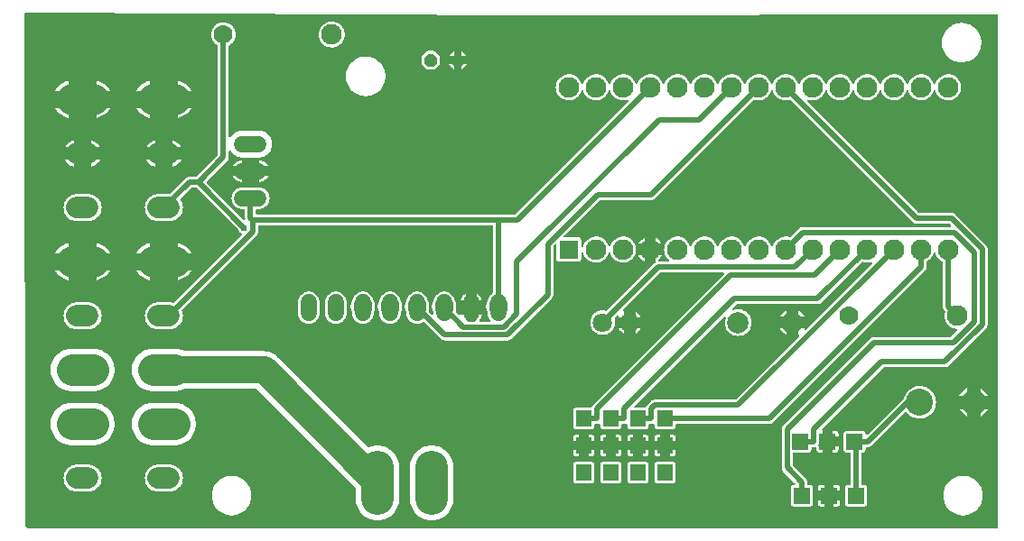
<source format=gbl>
G04 Layer: BottomLayer*
G04 EasyEDA v6.4.20.6, 2021-08-10T12:41:07+02:00*
G04 b7c102a2acce44a19693fb55b2eed2e6,dded15cb907e4d9595cc142038e9c969,10*
G04 Gerber Generator version 0.2*
G04 Scale: 100 percent, Rotated: No, Reflected: No *
G04 Dimensions in millimeters *
G04 leading zeros omitted , absolute positions ,4 integer and 5 decimal *
%FSLAX45Y45*%
%MOMM*%

%ADD11C,0.5000*%
%ADD12C,2.5000*%
%ADD13C,0.6100*%
%ADD15C,2.5400*%
%ADD16C,1.7780*%
%ADD17C,1.9304*%
%ADD18C,1.8000*%
%ADD19C,2.0000*%
%ADD20R,1.7780X1.7780*%
%ADD23C,2.0320*%
%ADD24C,3.0000*%
%ADD25C,3.0480*%
%ADD26C,1.5000*%
%ADD27C,1.5240*%

%LPD*%
G36*
X753516Y-16179800D02*
G01*
X749604Y-16179038D01*
X746302Y-16176802D01*
X739546Y-16170046D01*
X737362Y-16166795D01*
X736600Y-16162883D01*
X724408Y-11534140D01*
X724408Y-11351768D01*
X725170Y-11347856D01*
X727405Y-11344605D01*
X730656Y-11342370D01*
X734568Y-11341608D01*
X816660Y-11341608D01*
X5359400Y-11366500D01*
X9844989Y-11353850D01*
X9848900Y-11354612D01*
X9852202Y-11356797D01*
X9854438Y-11360099D01*
X9855200Y-11364010D01*
X9855200Y-16169640D01*
X9854438Y-16173551D01*
X9852202Y-16176802D01*
X9848951Y-16179038D01*
X9845040Y-16179800D01*
G37*

%LPC*%
G36*
X2163368Y-13850823D02*
G01*
X2167382Y-13850213D01*
X2184654Y-13845743D01*
X2201367Y-13839545D01*
X2217369Y-13831671D01*
X2232507Y-13822273D01*
X2246579Y-13811351D01*
X2259482Y-13799108D01*
X2271115Y-13785545D01*
X2281275Y-13770965D01*
X2287778Y-13759230D01*
X2163368Y-13759230D01*
G37*
G36*
X4025239Y-16105479D02*
G01*
X4044543Y-16105479D01*
X4063746Y-16103650D01*
X4082745Y-16099993D01*
X4101236Y-16094557D01*
X4119168Y-16087394D01*
X4136339Y-16078504D01*
X4152595Y-16068090D01*
X4167784Y-16056152D01*
X4181754Y-16042843D01*
X4194403Y-16028212D01*
X4205579Y-16012515D01*
X4215231Y-15995802D01*
X4223258Y-15978225D01*
X4229557Y-15959988D01*
X4234129Y-15941192D01*
X4236872Y-15922091D01*
X4237786Y-15902584D01*
X4237786Y-15607842D01*
X4236872Y-15588335D01*
X4234129Y-15569234D01*
X4229557Y-15550438D01*
X4223258Y-15532201D01*
X4215231Y-15514624D01*
X4205579Y-15497911D01*
X4194403Y-15482214D01*
X4181754Y-15467584D01*
X4167784Y-15454274D01*
X4152595Y-15442336D01*
X4136339Y-15431922D01*
X4119168Y-15423032D01*
X4101236Y-15415869D01*
X4082745Y-15410434D01*
X4063746Y-15406776D01*
X4044543Y-15404947D01*
X4025239Y-15404947D01*
X4006037Y-15406776D01*
X3987037Y-15410434D01*
X3968546Y-15415869D01*
X3957065Y-15420492D01*
X3953205Y-15421203D01*
X3949344Y-15420390D01*
X3946093Y-15418206D01*
X3097834Y-14569948D01*
X3087776Y-14560651D01*
X3084576Y-14557959D01*
X3073755Y-14549780D01*
X3070250Y-14547443D01*
X3058617Y-14540382D01*
X3054959Y-14538401D01*
X3042666Y-14532559D01*
X3038805Y-14530984D01*
X3026003Y-14526412D01*
X3021990Y-14525193D01*
X3008782Y-14521942D01*
X3004667Y-14521180D01*
X2991205Y-14519300D01*
X2987040Y-14518894D01*
X2973374Y-14518386D01*
X2231491Y-14518386D01*
X2227173Y-14517420D01*
X2208733Y-14508683D01*
X2190191Y-14502028D01*
X2171090Y-14497253D01*
X2151634Y-14494357D01*
X2131771Y-14493392D01*
X1932228Y-14493392D01*
X1912366Y-14494357D01*
X1892909Y-14497253D01*
X1873808Y-14502028D01*
X1855266Y-14508683D01*
X1837486Y-14517065D01*
X1820621Y-14527174D01*
X1804822Y-14538909D01*
X1790242Y-14552117D01*
X1777034Y-14566696D01*
X1765300Y-14582495D01*
X1755190Y-14599412D01*
X1746757Y-14617192D01*
X1740154Y-14635683D01*
X1735378Y-14654784D01*
X1732483Y-14674240D01*
X1731518Y-14693900D01*
X1732483Y-14713559D01*
X1735378Y-14733016D01*
X1740154Y-14752116D01*
X1746757Y-14770607D01*
X1755190Y-14788388D01*
X1765300Y-14805304D01*
X1777034Y-14821103D01*
X1790242Y-14835682D01*
X1804822Y-14848890D01*
X1820621Y-14860625D01*
X1837486Y-14870734D01*
X1855266Y-14879116D01*
X1873808Y-14885771D01*
X1892909Y-14890546D01*
X1912366Y-14893442D01*
X1932228Y-14894407D01*
X2131771Y-14894407D01*
X2151634Y-14893442D01*
X2171090Y-14890546D01*
X2190191Y-14885771D01*
X2208733Y-14879116D01*
X2227173Y-14870379D01*
X2231491Y-14869413D01*
X2896666Y-14869413D01*
X2900578Y-14870176D01*
X2903880Y-14872360D01*
X3828999Y-15797530D01*
X3831234Y-15800832D01*
X3831996Y-15804743D01*
X3831996Y-15902584D01*
X3832910Y-15922091D01*
X3835654Y-15941192D01*
X3840226Y-15959988D01*
X3846525Y-15978225D01*
X3854551Y-15995802D01*
X3864203Y-16012515D01*
X3875379Y-16028212D01*
X3888028Y-16042843D01*
X3901998Y-16056152D01*
X3917187Y-16068090D01*
X3933444Y-16078504D01*
X3950614Y-16087394D01*
X3968546Y-16094557D01*
X3987037Y-16099993D01*
X4006037Y-16103650D01*
G37*
G36*
X2657602Y-16060674D02*
G01*
X2676398Y-16060674D01*
X2695143Y-16058743D01*
X2713583Y-16054984D01*
X2731566Y-16049345D01*
X2748889Y-16041878D01*
X2765348Y-16032734D01*
X2780792Y-16022015D01*
X2795066Y-16009721D01*
X2808071Y-15996107D01*
X2819552Y-15981172D01*
X2829560Y-15965220D01*
X2837840Y-15948304D01*
X2844393Y-15930626D01*
X2849067Y-15912439D01*
X2851962Y-15893796D01*
X2852877Y-15875000D01*
X2851962Y-15856204D01*
X2849067Y-15837560D01*
X2844393Y-15819374D01*
X2837840Y-15801695D01*
X2829560Y-15784779D01*
X2819552Y-15768828D01*
X2808071Y-15753892D01*
X2795066Y-15740278D01*
X2780792Y-15727984D01*
X2765348Y-15717266D01*
X2748889Y-15708122D01*
X2731566Y-15700654D01*
X2713583Y-15695015D01*
X2695143Y-15691256D01*
X2676398Y-15689326D01*
X2657602Y-15689326D01*
X2638856Y-15691256D01*
X2620416Y-15695015D01*
X2602433Y-15700654D01*
X2585110Y-15708122D01*
X2568651Y-15717266D01*
X2553208Y-15727984D01*
X2538933Y-15740278D01*
X2525928Y-15753892D01*
X2514447Y-15768828D01*
X2504440Y-15784779D01*
X2496159Y-15801695D01*
X2489606Y-15819374D01*
X2484932Y-15837560D01*
X2482037Y-15856204D01*
X2481122Y-15875000D01*
X2482037Y-15893796D01*
X2484932Y-15912439D01*
X2489606Y-15930626D01*
X2496159Y-15948304D01*
X2504440Y-15965220D01*
X2514447Y-15981172D01*
X2525928Y-15996107D01*
X2538933Y-16009721D01*
X2553208Y-16022015D01*
X2568651Y-16032734D01*
X2585110Y-16041878D01*
X2602433Y-16049345D01*
X2620416Y-16054984D01*
X2638856Y-16058743D01*
G37*
G36*
X9515602Y-16060674D02*
G01*
X9534398Y-16060674D01*
X9553143Y-16058743D01*
X9571583Y-16054984D01*
X9589566Y-16049345D01*
X9606889Y-16041878D01*
X9623348Y-16032734D01*
X9638792Y-16022015D01*
X9653066Y-16009721D01*
X9666071Y-15996107D01*
X9677552Y-15981172D01*
X9687560Y-15965220D01*
X9695840Y-15948304D01*
X9702393Y-15930626D01*
X9707067Y-15912439D01*
X9709962Y-15893796D01*
X9710877Y-15875000D01*
X9709962Y-15856204D01*
X9707067Y-15837560D01*
X9702393Y-15819374D01*
X9695840Y-15801695D01*
X9687560Y-15784779D01*
X9677552Y-15768828D01*
X9666071Y-15753892D01*
X9653066Y-15740278D01*
X9638792Y-15727984D01*
X9623348Y-15717266D01*
X9606889Y-15708122D01*
X9589566Y-15700654D01*
X9571583Y-15695015D01*
X9553143Y-15691256D01*
X9534398Y-15689326D01*
X9515602Y-15689326D01*
X9496856Y-15691256D01*
X9478416Y-15695015D01*
X9460433Y-15700654D01*
X9443110Y-15708122D01*
X9426651Y-15717266D01*
X9411208Y-15727984D01*
X9396933Y-15740278D01*
X9383928Y-15753892D01*
X9372447Y-15768828D01*
X9362440Y-15784779D01*
X9354159Y-15801695D01*
X9347606Y-15819374D01*
X9342932Y-15837560D01*
X9340037Y-15856204D01*
X9339122Y-15875000D01*
X9340037Y-15893796D01*
X9342932Y-15912439D01*
X9347606Y-15930626D01*
X9354159Y-15948304D01*
X9362440Y-15965220D01*
X9372447Y-15981172D01*
X9383928Y-15996107D01*
X9396933Y-16009721D01*
X9411208Y-16022015D01*
X9426651Y-16032734D01*
X9443110Y-16041878D01*
X9460433Y-16049345D01*
X9478416Y-16054984D01*
X9496856Y-16058743D01*
G37*
G36*
X8312150Y-15977107D02*
G01*
X8343341Y-15977107D01*
X8349640Y-15976396D01*
X8355126Y-15974466D01*
X8360003Y-15971418D01*
X8364118Y-15967303D01*
X8367166Y-15962426D01*
X8369096Y-15956940D01*
X8369808Y-15950641D01*
X8369808Y-15919450D01*
X8312150Y-15919450D01*
G37*
G36*
X8192058Y-15977107D02*
G01*
X8223250Y-15977107D01*
X8223250Y-15919450D01*
X8165592Y-15919450D01*
X8165592Y-15950641D01*
X8166303Y-15956940D01*
X8168233Y-15962426D01*
X8171281Y-15967303D01*
X8175396Y-15971418D01*
X8180273Y-15974466D01*
X8185759Y-15976396D01*
G37*
G36*
X8446058Y-15977107D02*
G01*
X8597341Y-15977107D01*
X8603640Y-15976396D01*
X8609126Y-15974466D01*
X8614003Y-15971418D01*
X8618118Y-15967303D01*
X8621166Y-15962426D01*
X8623096Y-15956940D01*
X8623808Y-15950641D01*
X8623808Y-15799358D01*
X8623096Y-15793059D01*
X8621166Y-15787573D01*
X8618118Y-15782696D01*
X8614003Y-15778581D01*
X8609126Y-15775533D01*
X8603640Y-15773603D01*
X8597341Y-15772892D01*
X8582761Y-15772892D01*
X8578900Y-15772130D01*
X8575598Y-15769894D01*
X8573363Y-15766643D01*
X8572601Y-15762732D01*
X8572601Y-15479268D01*
X8573363Y-15475356D01*
X8575598Y-15472105D01*
X8578900Y-15469869D01*
X8582761Y-15469107D01*
X8584641Y-15469107D01*
X8590940Y-15468396D01*
X8596426Y-15466466D01*
X8601303Y-15463418D01*
X8605418Y-15459303D01*
X8608466Y-15454426D01*
X8610396Y-15448940D01*
X8611108Y-15442641D01*
X8611108Y-15428061D01*
X8611870Y-15424200D01*
X8614105Y-15420898D01*
X8617356Y-15418663D01*
X8621268Y-15417901D01*
X8635238Y-15417901D01*
X8639860Y-15417698D01*
X8644280Y-15417139D01*
X8648598Y-15416174D01*
X8652865Y-15414853D01*
X8656929Y-15413126D01*
X8660892Y-15411094D01*
X8664651Y-15408706D01*
X8668156Y-15406014D01*
X8671610Y-15402864D01*
X8982913Y-15091511D01*
X8986520Y-15089174D01*
X8990736Y-15088565D01*
X8994851Y-15089733D01*
X8998102Y-15092476D01*
X9003284Y-15099131D01*
X9015069Y-15111171D01*
X9028074Y-15121890D01*
X9042146Y-15131084D01*
X9057182Y-15138704D01*
X9072981Y-15144597D01*
X9089288Y-15148763D01*
X9105950Y-15151049D01*
X9122816Y-15151557D01*
X9139580Y-15150134D01*
X9156141Y-15146934D01*
X9172194Y-15141905D01*
X9187637Y-15135098D01*
X9202216Y-15126716D01*
X9215780Y-15116708D01*
X9228175Y-15105329D01*
X9239250Y-15092629D01*
X9248851Y-15078760D01*
X9256877Y-15063927D01*
X9263227Y-15048331D01*
X9267799Y-15032126D01*
X9270542Y-15015514D01*
X9271508Y-14998700D01*
X9270542Y-14981885D01*
X9267799Y-14965273D01*
X9263227Y-14949068D01*
X9256877Y-14933472D01*
X9248851Y-14918639D01*
X9239250Y-14904770D01*
X9228175Y-14892070D01*
X9215780Y-14880691D01*
X9202216Y-14870684D01*
X9187637Y-14862301D01*
X9172194Y-14855494D01*
X9156141Y-14850465D01*
X9139580Y-14847265D01*
X9122816Y-14845842D01*
X9105950Y-14846350D01*
X9089288Y-14848636D01*
X9072981Y-14852802D01*
X9057182Y-14858695D01*
X9042146Y-14866315D01*
X9028074Y-14875510D01*
X9015069Y-14886228D01*
X9003284Y-14898268D01*
X8992971Y-14911578D01*
X8984132Y-14925954D01*
X8976969Y-14941143D01*
X8971280Y-14957602D01*
X8969044Y-14961311D01*
X8628430Y-15301976D01*
X8625179Y-15304211D01*
X8621268Y-15304973D01*
X8617356Y-15304211D01*
X8614105Y-15301976D01*
X8611870Y-15298674D01*
X8611108Y-15294813D01*
X8611108Y-15291358D01*
X8610396Y-15285059D01*
X8608466Y-15279573D01*
X8605418Y-15274696D01*
X8601303Y-15270581D01*
X8596426Y-15267533D01*
X8590940Y-15265603D01*
X8584641Y-15264892D01*
X8433358Y-15264892D01*
X8427059Y-15265603D01*
X8421573Y-15267533D01*
X8416696Y-15270581D01*
X8412581Y-15274696D01*
X8409533Y-15279573D01*
X8407603Y-15285059D01*
X8406892Y-15291358D01*
X8406892Y-15442641D01*
X8407603Y-15448940D01*
X8409533Y-15454426D01*
X8412581Y-15459303D01*
X8416696Y-15463418D01*
X8421573Y-15466466D01*
X8427059Y-15468396D01*
X8433358Y-15469107D01*
X8460638Y-15469107D01*
X8464499Y-15469869D01*
X8467801Y-15472105D01*
X8470036Y-15475356D01*
X8470798Y-15479268D01*
X8470798Y-15762732D01*
X8470036Y-15766643D01*
X8467801Y-15769894D01*
X8464499Y-15772130D01*
X8460638Y-15772892D01*
X8446058Y-15772892D01*
X8439759Y-15773603D01*
X8434273Y-15775533D01*
X8429396Y-15778581D01*
X8425281Y-15782696D01*
X8422233Y-15787573D01*
X8420303Y-15793059D01*
X8419592Y-15799358D01*
X8419592Y-15950641D01*
X8420303Y-15956940D01*
X8422233Y-15962426D01*
X8425281Y-15967303D01*
X8429396Y-15971418D01*
X8434273Y-15974466D01*
X8439759Y-15976396D01*
G37*
G36*
X7938058Y-15977107D02*
G01*
X8089341Y-15977107D01*
X8095640Y-15976396D01*
X8101126Y-15974466D01*
X8106003Y-15971418D01*
X8110118Y-15967303D01*
X8113166Y-15962426D01*
X8115096Y-15956940D01*
X8115808Y-15950641D01*
X8115808Y-15799358D01*
X8115096Y-15793059D01*
X8113166Y-15787573D01*
X8110118Y-15782696D01*
X8106003Y-15778581D01*
X8101126Y-15775533D01*
X8095640Y-15773603D01*
X8089341Y-15772892D01*
X8074761Y-15772892D01*
X8070900Y-15772130D01*
X8067598Y-15769894D01*
X8065363Y-15766643D01*
X8064601Y-15762732D01*
X8064601Y-15748762D01*
X8064398Y-15744139D01*
X8063839Y-15739719D01*
X8062874Y-15735401D01*
X8061553Y-15731134D01*
X8059826Y-15727070D01*
X8057794Y-15723107D01*
X8055406Y-15719348D01*
X8052714Y-15715843D01*
X8049564Y-15712389D01*
X7928406Y-15591282D01*
X7926222Y-15587980D01*
X7925460Y-15584119D01*
X7925460Y-15479268D01*
X7926222Y-15475356D01*
X7928406Y-15472105D01*
X7931708Y-15469869D01*
X7935620Y-15469107D01*
X8076641Y-15469107D01*
X8082940Y-15468396D01*
X8088426Y-15466466D01*
X8093303Y-15463418D01*
X8097418Y-15459303D01*
X8100466Y-15454426D01*
X8102396Y-15448940D01*
X8103108Y-15442641D01*
X8103108Y-15428061D01*
X8103870Y-15424200D01*
X8106105Y-15420898D01*
X8109356Y-15418663D01*
X8113268Y-15417901D01*
X8126984Y-15417901D01*
X8136280Y-15417088D01*
X8140090Y-15416072D01*
X8143798Y-15415768D01*
X8147354Y-15416834D01*
X8150301Y-15419069D01*
X8152231Y-15422219D01*
X8152892Y-15425877D01*
X8152892Y-15442641D01*
X8153603Y-15448940D01*
X8155533Y-15454426D01*
X8158581Y-15459303D01*
X8162696Y-15463418D01*
X8167573Y-15466466D01*
X8173059Y-15468396D01*
X8179358Y-15469107D01*
X8210550Y-15469107D01*
X8210550Y-15411450D01*
X8177682Y-15411450D01*
X8173415Y-15410484D01*
X8169909Y-15407843D01*
X8167878Y-15403931D01*
X8167674Y-15399512D01*
X8169351Y-15395448D01*
X8171484Y-15392450D01*
X8175244Y-15384373D01*
X8177530Y-15375839D01*
X8178342Y-15366542D01*
X8178342Y-15332710D01*
X8179104Y-15328798D01*
X8181340Y-15325547D01*
X8184642Y-15323312D01*
X8188502Y-15322550D01*
X8210550Y-15322550D01*
X8210550Y-15264688D01*
X8206536Y-15263012D01*
X8203641Y-15259761D01*
X8202320Y-15255544D01*
X8202930Y-15251226D01*
X8205266Y-15247569D01*
X8779002Y-14673834D01*
X8782304Y-14671598D01*
X8786164Y-14670836D01*
X9354210Y-14670836D01*
X9358833Y-14670633D01*
X9363252Y-14670074D01*
X9367570Y-14669109D01*
X9371838Y-14667788D01*
X9375902Y-14666061D01*
X9379864Y-14664029D01*
X9383623Y-14661642D01*
X9387128Y-14658949D01*
X9390583Y-14655800D01*
X9739680Y-14306702D01*
X9742830Y-14303248D01*
X9745522Y-14299742D01*
X9747910Y-14295983D01*
X9749942Y-14292021D01*
X9751669Y-14287957D01*
X9752990Y-14283690D01*
X9753955Y-14279372D01*
X9754514Y-14274952D01*
X9754717Y-14270329D01*
X9754717Y-13557656D01*
X9754514Y-13552982D01*
X9753955Y-13548613D01*
X9752990Y-13544245D01*
X9751669Y-13540028D01*
X9749942Y-13535913D01*
X9747910Y-13532002D01*
X9745522Y-13528243D01*
X9742830Y-13524687D01*
X9739680Y-13521283D01*
X9452864Y-13234466D01*
X9449460Y-13231317D01*
X9445904Y-13228624D01*
X9442145Y-13226237D01*
X9438233Y-13224205D01*
X9434118Y-13222478D01*
X9429902Y-13221157D01*
X9425533Y-13220192D01*
X9421164Y-13219633D01*
X9416491Y-13219430D01*
X9117330Y-13219430D01*
X9113418Y-13218668D01*
X9110167Y-13216432D01*
X8066125Y-12172442D01*
X8063738Y-12168682D01*
X8063179Y-12164314D01*
X8064550Y-12160097D01*
X8067548Y-12156846D01*
X8071662Y-12155220D01*
X8076082Y-12155474D01*
X8089138Y-12159183D01*
X8104022Y-12161469D01*
X8119059Y-12161926D01*
X8134096Y-12160554D01*
X8148777Y-12157354D01*
X8163001Y-12152325D01*
X8176514Y-12145619D01*
X8189061Y-12137288D01*
X8200491Y-12127484D01*
X8210651Y-12116358D01*
X8219389Y-12104065D01*
X8226501Y-12090755D01*
X8231936Y-12076684D01*
X8232495Y-12074550D01*
X8234425Y-12070689D01*
X8237829Y-12067946D01*
X8242046Y-12066879D01*
X8246313Y-12067692D01*
X8249869Y-12070181D01*
X8252002Y-12073940D01*
X8255152Y-12083796D01*
X8261451Y-12097512D01*
X8269376Y-12110313D01*
X8278825Y-12122048D01*
X8289645Y-12132564D01*
X8301685Y-12141657D01*
X8314740Y-12149175D01*
X8328609Y-12155068D01*
X8343138Y-12159183D01*
X8358022Y-12161469D01*
X8373059Y-12161926D01*
X8388096Y-12160554D01*
X8402777Y-12157354D01*
X8417001Y-12152325D01*
X8430514Y-12145619D01*
X8443061Y-12137288D01*
X8454491Y-12127484D01*
X8464651Y-12116358D01*
X8473389Y-12104065D01*
X8480501Y-12090755D01*
X8485936Y-12076684D01*
X8486495Y-12074550D01*
X8488426Y-12070689D01*
X8491829Y-12067946D01*
X8496046Y-12066879D01*
X8500313Y-12067692D01*
X8503869Y-12070181D01*
X8506002Y-12073940D01*
X8509152Y-12083796D01*
X8515451Y-12097512D01*
X8523376Y-12110313D01*
X8532825Y-12122048D01*
X8543645Y-12132564D01*
X8555685Y-12141657D01*
X8568740Y-12149175D01*
X8582609Y-12155068D01*
X8597138Y-12159183D01*
X8612022Y-12161469D01*
X8627059Y-12161926D01*
X8642096Y-12160554D01*
X8656777Y-12157354D01*
X8671001Y-12152325D01*
X8684514Y-12145619D01*
X8697061Y-12137288D01*
X8708491Y-12127484D01*
X8718651Y-12116358D01*
X8727389Y-12104065D01*
X8734501Y-12090755D01*
X8739936Y-12076684D01*
X8740495Y-12074550D01*
X8742426Y-12070689D01*
X8745829Y-12067946D01*
X8750046Y-12066879D01*
X8754313Y-12067692D01*
X8757869Y-12070181D01*
X8760002Y-12073940D01*
X8763152Y-12083796D01*
X8769451Y-12097512D01*
X8777376Y-12110313D01*
X8786825Y-12122048D01*
X8797645Y-12132564D01*
X8809685Y-12141657D01*
X8822740Y-12149175D01*
X8836609Y-12155068D01*
X8851138Y-12159183D01*
X8866022Y-12161469D01*
X8881059Y-12161926D01*
X8896096Y-12160554D01*
X8910777Y-12157354D01*
X8925001Y-12152325D01*
X8938514Y-12145619D01*
X8951061Y-12137288D01*
X8962491Y-12127484D01*
X8972651Y-12116358D01*
X8981389Y-12104065D01*
X8988501Y-12090755D01*
X8993936Y-12076684D01*
X8994495Y-12074550D01*
X8996426Y-12070689D01*
X8999829Y-12067946D01*
X9004046Y-12066879D01*
X9008313Y-12067692D01*
X9011869Y-12070181D01*
X9014002Y-12073940D01*
X9017152Y-12083796D01*
X9023451Y-12097512D01*
X9031376Y-12110313D01*
X9040825Y-12122048D01*
X9051645Y-12132564D01*
X9063685Y-12141657D01*
X9076740Y-12149175D01*
X9090609Y-12155068D01*
X9105138Y-12159183D01*
X9120022Y-12161469D01*
X9135059Y-12161926D01*
X9150096Y-12160554D01*
X9164777Y-12157354D01*
X9179001Y-12152325D01*
X9192514Y-12145619D01*
X9205061Y-12137288D01*
X9216491Y-12127484D01*
X9226651Y-12116358D01*
X9235389Y-12104065D01*
X9242501Y-12090755D01*
X9247936Y-12076684D01*
X9248495Y-12074550D01*
X9250426Y-12070689D01*
X9253829Y-12067946D01*
X9258046Y-12066879D01*
X9262313Y-12067692D01*
X9265869Y-12070181D01*
X9268002Y-12073940D01*
X9271152Y-12083796D01*
X9277451Y-12097512D01*
X9285376Y-12110313D01*
X9294825Y-12122048D01*
X9305645Y-12132564D01*
X9317685Y-12141657D01*
X9330740Y-12149175D01*
X9344609Y-12155068D01*
X9359138Y-12159183D01*
X9374022Y-12161469D01*
X9389059Y-12161926D01*
X9404096Y-12160554D01*
X9418777Y-12157354D01*
X9433001Y-12152325D01*
X9446514Y-12145619D01*
X9459061Y-12137288D01*
X9470491Y-12127484D01*
X9480651Y-12116358D01*
X9489389Y-12104065D01*
X9496501Y-12090755D01*
X9501936Y-12076684D01*
X9505645Y-12062104D01*
X9507474Y-12047118D01*
X9507474Y-12032081D01*
X9505645Y-12017095D01*
X9501936Y-12002516D01*
X9496501Y-11988444D01*
X9489389Y-11975185D01*
X9480651Y-11962841D01*
X9470491Y-11951716D01*
X9459061Y-11941911D01*
X9446514Y-11933580D01*
X9433001Y-11926874D01*
X9418777Y-11921845D01*
X9404096Y-11918645D01*
X9389059Y-11917273D01*
X9374022Y-11917730D01*
X9359138Y-11920016D01*
X9344609Y-11924131D01*
X9330740Y-11930024D01*
X9317685Y-11937542D01*
X9305645Y-11946636D01*
X9294825Y-11957151D01*
X9285376Y-11968886D01*
X9277451Y-11981688D01*
X9271152Y-11995404D01*
X9268002Y-12005259D01*
X9265869Y-12009018D01*
X9262313Y-12011507D01*
X9258046Y-12012320D01*
X9253829Y-12011253D01*
X9250426Y-12008510D01*
X9248495Y-12004649D01*
X9247936Y-12002516D01*
X9242501Y-11988444D01*
X9235389Y-11975185D01*
X9226651Y-11962841D01*
X9216491Y-11951716D01*
X9205061Y-11941911D01*
X9192514Y-11933580D01*
X9179001Y-11926874D01*
X9164777Y-11921845D01*
X9150096Y-11918645D01*
X9135059Y-11917273D01*
X9120022Y-11917730D01*
X9105138Y-11920016D01*
X9090609Y-11924131D01*
X9076740Y-11930024D01*
X9063685Y-11937542D01*
X9051645Y-11946636D01*
X9040825Y-11957151D01*
X9031376Y-11968886D01*
X9023451Y-11981688D01*
X9017152Y-11995404D01*
X9014002Y-12005259D01*
X9011869Y-12009018D01*
X9008313Y-12011507D01*
X9004046Y-12012320D01*
X8999829Y-12011253D01*
X8996426Y-12008510D01*
X8994495Y-12004649D01*
X8993936Y-12002516D01*
X8988501Y-11988444D01*
X8981389Y-11975185D01*
X8972651Y-11962841D01*
X8962491Y-11951716D01*
X8951061Y-11941911D01*
X8938514Y-11933580D01*
X8925001Y-11926874D01*
X8910777Y-11921845D01*
X8896096Y-11918645D01*
X8881059Y-11917273D01*
X8866022Y-11917730D01*
X8851138Y-11920016D01*
X8836609Y-11924131D01*
X8822740Y-11930024D01*
X8809685Y-11937542D01*
X8797645Y-11946636D01*
X8786825Y-11957151D01*
X8777376Y-11968886D01*
X8769451Y-11981688D01*
X8763152Y-11995404D01*
X8760002Y-12005259D01*
X8757869Y-12009018D01*
X8754313Y-12011507D01*
X8750046Y-12012320D01*
X8745829Y-12011253D01*
X8742426Y-12008510D01*
X8740495Y-12004649D01*
X8739936Y-12002516D01*
X8734501Y-11988444D01*
X8727389Y-11975185D01*
X8718651Y-11962841D01*
X8708491Y-11951716D01*
X8697061Y-11941911D01*
X8684514Y-11933580D01*
X8671001Y-11926874D01*
X8656777Y-11921845D01*
X8642096Y-11918645D01*
X8627059Y-11917273D01*
X8612022Y-11917730D01*
X8597138Y-11920016D01*
X8582609Y-11924131D01*
X8568740Y-11930024D01*
X8555685Y-11937542D01*
X8543645Y-11946636D01*
X8532825Y-11957151D01*
X8523376Y-11968886D01*
X8515451Y-11981688D01*
X8509152Y-11995404D01*
X8506002Y-12005259D01*
X8503869Y-12009018D01*
X8500313Y-12011507D01*
X8496046Y-12012320D01*
X8491829Y-12011253D01*
X8488426Y-12008510D01*
X8486495Y-12004649D01*
X8485936Y-12002516D01*
X8480501Y-11988444D01*
X8473389Y-11975185D01*
X8464651Y-11962841D01*
X8454491Y-11951716D01*
X8443061Y-11941911D01*
X8430514Y-11933580D01*
X8417001Y-11926874D01*
X8402777Y-11921845D01*
X8388096Y-11918645D01*
X8373059Y-11917273D01*
X8358022Y-11917730D01*
X8343138Y-11920016D01*
X8328609Y-11924131D01*
X8314740Y-11930024D01*
X8301685Y-11937542D01*
X8289645Y-11946636D01*
X8278825Y-11957151D01*
X8269376Y-11968886D01*
X8261451Y-11981688D01*
X8255152Y-11995404D01*
X8252002Y-12005259D01*
X8249869Y-12009018D01*
X8246313Y-12011507D01*
X8242046Y-12012320D01*
X8237829Y-12011253D01*
X8234425Y-12008510D01*
X8232495Y-12004649D01*
X8231936Y-12002516D01*
X8226501Y-11988444D01*
X8219389Y-11975185D01*
X8210651Y-11962841D01*
X8200491Y-11951716D01*
X8189061Y-11941911D01*
X8176514Y-11933580D01*
X8163001Y-11926874D01*
X8148777Y-11921845D01*
X8134096Y-11918645D01*
X8119059Y-11917273D01*
X8104022Y-11917730D01*
X8089138Y-11920016D01*
X8074609Y-11924131D01*
X8060740Y-11930024D01*
X8047685Y-11937542D01*
X8035645Y-11946636D01*
X8024825Y-11957151D01*
X8015376Y-11968886D01*
X8007451Y-11981688D01*
X8001152Y-11995404D01*
X7998002Y-12005259D01*
X7995869Y-12009018D01*
X7992313Y-12011507D01*
X7988046Y-12012320D01*
X7983829Y-12011253D01*
X7980425Y-12008510D01*
X7978495Y-12004649D01*
X7977936Y-12002516D01*
X7972501Y-11988444D01*
X7965389Y-11975185D01*
X7956651Y-11962841D01*
X7946491Y-11951716D01*
X7935061Y-11941911D01*
X7922514Y-11933580D01*
X7909001Y-11926874D01*
X7894777Y-11921845D01*
X7880096Y-11918645D01*
X7865059Y-11917273D01*
X7850022Y-11917730D01*
X7835138Y-11920016D01*
X7820609Y-11924131D01*
X7806740Y-11930024D01*
X7793685Y-11937542D01*
X7781645Y-11946636D01*
X7770825Y-11957151D01*
X7761376Y-11968886D01*
X7753451Y-11981688D01*
X7747152Y-11995404D01*
X7744002Y-12005259D01*
X7741869Y-12009018D01*
X7738313Y-12011507D01*
X7734046Y-12012320D01*
X7729829Y-12011253D01*
X7726425Y-12008510D01*
X7724495Y-12004649D01*
X7723936Y-12002516D01*
X7718501Y-11988444D01*
X7711389Y-11975185D01*
X7702651Y-11962841D01*
X7692491Y-11951716D01*
X7681061Y-11941911D01*
X7668514Y-11933580D01*
X7655001Y-11926874D01*
X7640777Y-11921845D01*
X7626096Y-11918645D01*
X7611059Y-11917273D01*
X7596022Y-11917730D01*
X7581138Y-11920016D01*
X7566609Y-11924131D01*
X7552740Y-11930024D01*
X7539685Y-11937542D01*
X7527645Y-11946636D01*
X7516825Y-11957151D01*
X7507376Y-11968886D01*
X7499451Y-11981688D01*
X7493152Y-11995404D01*
X7490002Y-12005259D01*
X7487869Y-12009018D01*
X7484313Y-12011507D01*
X7480046Y-12012320D01*
X7475829Y-12011253D01*
X7472425Y-12008510D01*
X7470495Y-12004649D01*
X7469936Y-12002516D01*
X7464501Y-11988444D01*
X7457389Y-11975185D01*
X7448651Y-11962841D01*
X7438491Y-11951716D01*
X7427061Y-11941911D01*
X7414514Y-11933580D01*
X7401001Y-11926874D01*
X7386777Y-11921845D01*
X7372096Y-11918645D01*
X7357059Y-11917273D01*
X7342022Y-11917730D01*
X7327138Y-11920016D01*
X7312609Y-11924131D01*
X7298740Y-11930024D01*
X7285685Y-11937542D01*
X7273645Y-11946636D01*
X7262825Y-11957151D01*
X7253376Y-11968886D01*
X7245451Y-11981688D01*
X7239152Y-11995404D01*
X7236002Y-12005259D01*
X7233869Y-12009018D01*
X7230313Y-12011507D01*
X7226046Y-12012320D01*
X7221829Y-12011253D01*
X7218425Y-12008510D01*
X7216495Y-12004649D01*
X7215936Y-12002516D01*
X7210501Y-11988444D01*
X7203389Y-11975185D01*
X7194651Y-11962841D01*
X7184491Y-11951716D01*
X7173061Y-11941911D01*
X7160514Y-11933580D01*
X7147001Y-11926874D01*
X7132777Y-11921845D01*
X7118096Y-11918645D01*
X7103059Y-11917273D01*
X7088022Y-11917730D01*
X7073138Y-11920016D01*
X7058609Y-11924131D01*
X7044740Y-11930024D01*
X7031685Y-11937542D01*
X7019645Y-11946636D01*
X7008825Y-11957151D01*
X6999376Y-11968886D01*
X6991451Y-11981688D01*
X6985152Y-11995404D01*
X6982002Y-12005259D01*
X6979869Y-12009018D01*
X6976313Y-12011507D01*
X6972046Y-12012320D01*
X6967829Y-12011253D01*
X6964425Y-12008510D01*
X6962495Y-12004649D01*
X6961936Y-12002516D01*
X6956501Y-11988444D01*
X6949389Y-11975185D01*
X6940651Y-11962841D01*
X6930491Y-11951716D01*
X6919061Y-11941911D01*
X6906514Y-11933580D01*
X6893001Y-11926874D01*
X6878777Y-11921845D01*
X6864096Y-11918645D01*
X6849059Y-11917273D01*
X6834022Y-11917730D01*
X6819138Y-11920016D01*
X6804609Y-11924131D01*
X6790740Y-11930024D01*
X6777685Y-11937542D01*
X6765645Y-11946636D01*
X6754825Y-11957151D01*
X6745376Y-11968886D01*
X6737451Y-11981688D01*
X6731152Y-11995404D01*
X6728002Y-12005259D01*
X6725869Y-12009018D01*
X6722313Y-12011507D01*
X6718046Y-12012320D01*
X6713829Y-12011253D01*
X6710425Y-12008510D01*
X6708495Y-12004649D01*
X6707936Y-12002516D01*
X6702501Y-11988444D01*
X6695389Y-11975185D01*
X6686651Y-11962841D01*
X6676491Y-11951716D01*
X6665061Y-11941911D01*
X6652514Y-11933580D01*
X6639001Y-11926874D01*
X6624777Y-11921845D01*
X6610096Y-11918645D01*
X6595059Y-11917273D01*
X6580022Y-11917730D01*
X6565138Y-11920016D01*
X6550609Y-11924131D01*
X6536740Y-11930024D01*
X6523685Y-11937542D01*
X6511645Y-11946636D01*
X6500825Y-11957151D01*
X6491376Y-11968886D01*
X6483451Y-11981688D01*
X6477152Y-11995404D01*
X6474002Y-12005259D01*
X6471869Y-12009018D01*
X6468313Y-12011507D01*
X6464046Y-12012320D01*
X6459829Y-12011253D01*
X6456426Y-12008510D01*
X6454495Y-12004649D01*
X6453936Y-12002516D01*
X6448501Y-11988444D01*
X6441389Y-11975185D01*
X6432651Y-11962841D01*
X6422491Y-11951716D01*
X6411061Y-11941911D01*
X6398514Y-11933580D01*
X6385001Y-11926874D01*
X6370777Y-11921845D01*
X6356096Y-11918645D01*
X6341059Y-11917273D01*
X6326022Y-11917730D01*
X6311138Y-11920016D01*
X6296609Y-11924131D01*
X6282740Y-11930024D01*
X6269685Y-11937542D01*
X6257645Y-11946636D01*
X6246825Y-11957151D01*
X6237376Y-11968886D01*
X6229451Y-11981688D01*
X6223152Y-11995404D01*
X6220002Y-12005259D01*
X6217869Y-12009018D01*
X6214313Y-12011507D01*
X6210046Y-12012320D01*
X6205829Y-12011253D01*
X6202426Y-12008510D01*
X6200495Y-12004649D01*
X6199936Y-12002516D01*
X6194501Y-11988444D01*
X6187389Y-11975185D01*
X6178651Y-11962841D01*
X6168491Y-11951716D01*
X6157061Y-11941911D01*
X6144514Y-11933580D01*
X6131001Y-11926874D01*
X6116777Y-11921845D01*
X6102096Y-11918645D01*
X6087059Y-11917273D01*
X6072022Y-11917730D01*
X6057138Y-11920016D01*
X6042609Y-11924131D01*
X6028740Y-11930024D01*
X6015685Y-11937542D01*
X6003645Y-11946636D01*
X5992825Y-11957151D01*
X5983376Y-11968886D01*
X5975451Y-11981688D01*
X5969152Y-11995404D01*
X5966002Y-12005259D01*
X5963869Y-12009018D01*
X5960313Y-12011507D01*
X5956046Y-12012320D01*
X5951829Y-12011253D01*
X5948426Y-12008510D01*
X5946495Y-12004649D01*
X5945936Y-12002516D01*
X5940501Y-11988444D01*
X5933389Y-11975185D01*
X5924651Y-11962841D01*
X5914491Y-11951716D01*
X5903061Y-11941911D01*
X5890514Y-11933580D01*
X5877001Y-11926874D01*
X5862777Y-11921845D01*
X5848096Y-11918645D01*
X5833059Y-11917273D01*
X5818022Y-11917730D01*
X5803138Y-11920016D01*
X5788609Y-11924131D01*
X5774740Y-11930024D01*
X5761685Y-11937542D01*
X5749645Y-11946636D01*
X5738825Y-11957151D01*
X5729376Y-11968886D01*
X5721451Y-11981688D01*
X5715152Y-11995404D01*
X5710580Y-12009729D01*
X5707837Y-12024563D01*
X5706872Y-12039600D01*
X5707837Y-12054636D01*
X5710580Y-12069470D01*
X5715152Y-12083796D01*
X5721451Y-12097512D01*
X5729376Y-12110313D01*
X5738825Y-12122048D01*
X5749645Y-12132564D01*
X5761685Y-12141657D01*
X5774740Y-12149175D01*
X5788609Y-12155068D01*
X5803138Y-12159183D01*
X5818022Y-12161469D01*
X5833059Y-12161926D01*
X5848096Y-12160554D01*
X5862777Y-12157354D01*
X5877001Y-12152325D01*
X5890514Y-12145619D01*
X5903061Y-12137288D01*
X5914491Y-12127484D01*
X5924651Y-12116358D01*
X5933389Y-12104065D01*
X5940501Y-12090755D01*
X5945936Y-12076684D01*
X5946495Y-12074550D01*
X5948426Y-12070689D01*
X5951829Y-12067946D01*
X5956046Y-12066879D01*
X5960313Y-12067692D01*
X5963869Y-12070181D01*
X5966002Y-12073940D01*
X5969152Y-12083796D01*
X5975451Y-12097512D01*
X5983376Y-12110313D01*
X5992825Y-12122048D01*
X6003645Y-12132564D01*
X6015685Y-12141657D01*
X6028740Y-12149175D01*
X6042609Y-12155068D01*
X6057138Y-12159183D01*
X6072022Y-12161469D01*
X6087059Y-12161926D01*
X6102096Y-12160554D01*
X6116777Y-12157354D01*
X6131001Y-12152325D01*
X6144514Y-12145619D01*
X6157061Y-12137288D01*
X6168491Y-12127484D01*
X6178651Y-12116358D01*
X6187389Y-12104065D01*
X6194501Y-12090755D01*
X6199936Y-12076684D01*
X6200495Y-12074550D01*
X6202426Y-12070689D01*
X6205829Y-12067946D01*
X6210046Y-12066879D01*
X6214313Y-12067692D01*
X6217869Y-12070181D01*
X6220002Y-12073940D01*
X6223152Y-12083796D01*
X6229451Y-12097512D01*
X6237376Y-12110313D01*
X6246825Y-12122048D01*
X6257645Y-12132564D01*
X6269685Y-12141657D01*
X6282740Y-12149175D01*
X6296609Y-12155068D01*
X6311138Y-12159183D01*
X6326022Y-12161469D01*
X6341059Y-12161926D01*
X6356096Y-12160554D01*
X6370777Y-12157354D01*
X6376111Y-12155474D01*
X6379972Y-12154916D01*
X6383731Y-12155830D01*
X6386880Y-12158065D01*
X6388963Y-12161367D01*
X6389674Y-12165177D01*
X6388862Y-12168987D01*
X6386677Y-12172238D01*
X5325262Y-13233603D01*
X5322011Y-13235838D01*
X5318099Y-13236600D01*
X2905861Y-13236600D01*
X2902000Y-13235838D01*
X2898698Y-13233603D01*
X2896463Y-13230301D01*
X2895701Y-13226440D01*
X2895701Y-13193268D01*
X2896463Y-13189356D01*
X2898698Y-13186105D01*
X2902000Y-13183869D01*
X2905861Y-13183107D01*
X2920644Y-13183107D01*
X2934309Y-13182193D01*
X2947416Y-13179602D01*
X2960065Y-13175335D01*
X2972054Y-13169392D01*
X2983128Y-13161975D01*
X2993186Y-13153186D01*
X3001975Y-13143128D01*
X3009392Y-13132054D01*
X3015335Y-13120065D01*
X3019602Y-13107416D01*
X3022193Y-13094309D01*
X3023108Y-13081000D01*
X3022193Y-13067690D01*
X3019602Y-13054584D01*
X3015335Y-13041934D01*
X3009392Y-13029946D01*
X3001975Y-13018871D01*
X2993186Y-13008813D01*
X2983128Y-13000024D01*
X2972054Y-12992608D01*
X2960065Y-12986664D01*
X2947416Y-12982397D01*
X2934309Y-12979806D01*
X2920644Y-12978892D01*
X2768955Y-12978892D01*
X2755290Y-12979806D01*
X2742184Y-12982397D01*
X2729534Y-12986664D01*
X2717546Y-12992608D01*
X2706471Y-13000024D01*
X2696413Y-13008813D01*
X2687624Y-13018871D01*
X2680208Y-13029946D01*
X2674264Y-13041934D01*
X2669997Y-13054584D01*
X2667406Y-13067690D01*
X2666492Y-13081000D01*
X2667406Y-13094309D01*
X2669997Y-13107416D01*
X2674264Y-13120065D01*
X2680208Y-13132054D01*
X2687624Y-13143128D01*
X2696413Y-13153186D01*
X2706471Y-13161975D01*
X2717546Y-13169392D01*
X2729534Y-13175335D01*
X2742184Y-13179602D01*
X2755290Y-13182193D01*
X2768955Y-13183107D01*
X2783738Y-13183107D01*
X2787599Y-13183869D01*
X2790901Y-13186105D01*
X2793136Y-13189356D01*
X2793898Y-13193268D01*
X2793898Y-13265505D01*
X2794457Y-13273024D01*
X2794152Y-13277189D01*
X2792171Y-13280898D01*
X2788869Y-13283438D01*
X2784856Y-13284504D01*
X2780741Y-13283793D01*
X2777236Y-13281507D01*
X2434488Y-12938810D01*
X2432304Y-12935508D01*
X2431542Y-12931648D01*
X2432304Y-12927736D01*
X2434488Y-12924434D01*
X2626664Y-12732308D01*
X2629814Y-12728854D01*
X2632506Y-12725349D01*
X2634894Y-12721590D01*
X2636926Y-12717627D01*
X2638653Y-12713563D01*
X2639974Y-12709296D01*
X2640939Y-12704978D01*
X2641498Y-12700558D01*
X2641701Y-12695936D01*
X2641701Y-12643967D01*
X2642666Y-12639700D01*
X2645308Y-12636246D01*
X2649118Y-12634214D01*
X2653487Y-12633960D01*
X2657551Y-12635585D01*
X2660548Y-12638735D01*
X2664358Y-12644983D01*
X2673756Y-12657023D01*
X2684576Y-12667843D01*
X2696616Y-12677241D01*
X2709722Y-12685166D01*
X2723692Y-12691465D01*
X2738272Y-12695986D01*
X2753309Y-12698780D01*
X2768904Y-12699695D01*
X2920695Y-12699695D01*
X2936290Y-12698780D01*
X2951327Y-12695986D01*
X2965907Y-12691465D01*
X2979877Y-12685166D01*
X2992983Y-12677241D01*
X3005023Y-12667843D01*
X3015843Y-12657023D01*
X3025241Y-12644983D01*
X3033166Y-12631877D01*
X3039465Y-12617907D01*
X3043986Y-12603327D01*
X3046780Y-12588290D01*
X3047695Y-12573000D01*
X3046780Y-12557709D01*
X3043986Y-12542672D01*
X3039465Y-12528092D01*
X3033166Y-12514122D01*
X3025241Y-12501016D01*
X3015843Y-12488976D01*
X3005023Y-12478156D01*
X2992983Y-12468758D01*
X2979877Y-12460833D01*
X2965907Y-12454534D01*
X2951327Y-12450013D01*
X2936290Y-12447219D01*
X2920695Y-12446304D01*
X2768904Y-12446304D01*
X2753309Y-12447219D01*
X2738272Y-12450013D01*
X2723692Y-12454534D01*
X2709722Y-12460833D01*
X2696616Y-12468758D01*
X2684576Y-12478156D01*
X2673756Y-12488976D01*
X2664358Y-12501016D01*
X2660548Y-12507264D01*
X2657551Y-12510414D01*
X2653487Y-12512040D01*
X2649118Y-12511786D01*
X2645308Y-12509754D01*
X2642666Y-12506299D01*
X2641701Y-12502032D01*
X2641701Y-11653266D01*
X2642260Y-11649913D01*
X2643886Y-11646966D01*
X2646426Y-11644680D01*
X2658262Y-11637162D01*
X2669387Y-11627967D01*
X2679242Y-11617452D01*
X2687726Y-11605818D01*
X2694686Y-11593169D01*
X2699969Y-11579758D01*
X2703576Y-11565788D01*
X2705354Y-11551513D01*
X2705354Y-11537086D01*
X2703576Y-11522811D01*
X2699969Y-11508841D01*
X2694686Y-11495430D01*
X2687726Y-11482781D01*
X2679242Y-11471148D01*
X2669387Y-11460632D01*
X2658262Y-11451437D01*
X2646121Y-11443716D01*
X2633065Y-11437569D01*
X2619349Y-11433098D01*
X2605176Y-11430406D01*
X2590800Y-11429492D01*
X2576423Y-11430406D01*
X2562250Y-11433098D01*
X2548534Y-11437569D01*
X2535478Y-11443716D01*
X2523337Y-11451437D01*
X2512212Y-11460632D01*
X2502357Y-11471148D01*
X2493873Y-11482781D01*
X2486914Y-11495430D01*
X2481630Y-11508841D01*
X2478024Y-11522811D01*
X2476246Y-11537086D01*
X2476246Y-11551513D01*
X2478024Y-11565788D01*
X2481630Y-11579758D01*
X2486914Y-11593169D01*
X2493873Y-11605818D01*
X2502357Y-11617452D01*
X2512212Y-11627967D01*
X2523337Y-11637162D01*
X2535174Y-11644680D01*
X2537714Y-11646966D01*
X2539339Y-11649913D01*
X2539898Y-11653266D01*
X2539898Y-12670840D01*
X2539136Y-12674752D01*
X2536901Y-12678003D01*
X2337206Y-12877749D01*
X2333904Y-12879933D01*
X2330043Y-12880695D01*
X2270506Y-12880695D01*
X2265832Y-12880898D01*
X2261463Y-12881508D01*
X2257094Y-12882473D01*
X2252878Y-12883794D01*
X2248763Y-12885470D01*
X2244852Y-12887553D01*
X2241092Y-12889941D01*
X2237536Y-12892633D01*
X2234133Y-12895783D01*
X2090470Y-13039445D01*
X2086864Y-13041782D01*
X2082495Y-13042392D01*
X1981504Y-13042392D01*
X1965807Y-13043357D01*
X1950669Y-13046100D01*
X1935988Y-13050672D01*
X1921967Y-13057022D01*
X1908759Y-13064998D01*
X1896668Y-13074497D01*
X1885797Y-13085368D01*
X1876298Y-13097459D01*
X1868322Y-13110667D01*
X1861972Y-13124688D01*
X1857400Y-13139369D01*
X1854657Y-13154507D01*
X1853692Y-13169900D01*
X1854657Y-13185292D01*
X1857400Y-13200430D01*
X1861972Y-13215112D01*
X1868322Y-13229132D01*
X1876298Y-13242340D01*
X1885797Y-13254431D01*
X1896668Y-13265302D01*
X1908759Y-13274801D01*
X1921967Y-13282777D01*
X1935988Y-13289127D01*
X1950669Y-13293699D01*
X1965807Y-13296442D01*
X1981504Y-13297407D01*
X2082495Y-13297407D01*
X2098192Y-13296442D01*
X2113330Y-13293699D01*
X2128012Y-13289127D01*
X2142032Y-13282777D01*
X2155240Y-13274801D01*
X2167331Y-13265302D01*
X2178202Y-13254431D01*
X2187702Y-13242340D01*
X2195677Y-13229132D01*
X2202027Y-13215112D01*
X2206599Y-13200430D01*
X2209342Y-13185292D01*
X2210308Y-13169900D01*
X2209342Y-13154507D01*
X2206599Y-13139369D01*
X2202027Y-13124688D01*
X2195677Y-13110667D01*
X2187600Y-13097256D01*
X2186178Y-13092988D01*
X2186686Y-13088569D01*
X2189073Y-13084810D01*
X2288387Y-12985496D01*
X2291689Y-12983311D01*
X2295550Y-12982549D01*
X2330043Y-12982549D01*
X2333904Y-12983311D01*
X2337206Y-12985496D01*
X2731363Y-13379704D01*
X2733395Y-13382599D01*
X2737053Y-13390321D01*
X2742641Y-13398398D01*
X2749600Y-13405357D01*
X2762351Y-13413994D01*
X2764434Y-13417245D01*
X2765094Y-13421106D01*
X2764282Y-13424865D01*
X2762097Y-13428065D01*
X2128926Y-14061287D01*
X2125929Y-14063370D01*
X2122373Y-14064234D01*
X2118715Y-14063776D01*
X2113330Y-14062100D01*
X2098192Y-14059357D01*
X2082495Y-14058392D01*
X1981504Y-14058392D01*
X1965807Y-14059357D01*
X1950669Y-14062100D01*
X1935988Y-14066672D01*
X1921967Y-14073022D01*
X1908759Y-14080998D01*
X1896668Y-14090497D01*
X1885797Y-14101368D01*
X1876298Y-14113459D01*
X1868322Y-14126667D01*
X1861972Y-14140688D01*
X1857400Y-14155369D01*
X1854657Y-14170507D01*
X1853692Y-14185900D01*
X1854657Y-14201292D01*
X1857400Y-14216430D01*
X1861972Y-14231112D01*
X1868322Y-14245132D01*
X1876298Y-14258340D01*
X1885797Y-14270431D01*
X1896668Y-14281302D01*
X1908759Y-14290801D01*
X1921967Y-14298777D01*
X1935988Y-14305127D01*
X1950669Y-14309699D01*
X1965807Y-14312442D01*
X1981504Y-14313407D01*
X2082495Y-14313407D01*
X2098192Y-14312442D01*
X2113330Y-14309699D01*
X2128012Y-14305127D01*
X2142032Y-14298777D01*
X2155240Y-14290801D01*
X2167331Y-14281302D01*
X2178202Y-14270431D01*
X2187702Y-14258340D01*
X2195677Y-14245132D01*
X2202027Y-14231112D01*
X2206599Y-14216430D01*
X2209342Y-14201292D01*
X2210308Y-14185900D01*
X2209342Y-14170507D01*
X2206599Y-14155369D01*
X2201824Y-14140078D01*
X2201367Y-14136420D01*
X2202230Y-14132864D01*
X2204313Y-14129867D01*
X2902458Y-13431774D01*
X2905607Y-13428319D01*
X2908300Y-13424814D01*
X2910687Y-13421055D01*
X2912719Y-13417092D01*
X2914446Y-13413028D01*
X2915767Y-13408761D01*
X2916732Y-13404443D01*
X2917291Y-13400024D01*
X2917494Y-13395401D01*
X2917494Y-13348563D01*
X2918256Y-13344702D01*
X2920492Y-13341400D01*
X2923794Y-13339165D01*
X2927654Y-13338403D01*
X5107838Y-13338403D01*
X5111699Y-13339165D01*
X5115001Y-13341400D01*
X5117236Y-13344702D01*
X5117998Y-13348563D01*
X5117998Y-13967206D01*
X5117439Y-13970457D01*
X5115915Y-13973403D01*
X5113477Y-13975638D01*
X5107482Y-13979651D01*
X5097576Y-13988338D01*
X5088839Y-13998295D01*
X5081524Y-14009268D01*
X5075682Y-14021104D01*
X5071465Y-14033601D01*
X5069992Y-14040815D01*
X5068976Y-14043710D01*
X5065064Y-14050822D01*
X5059730Y-14064234D01*
X5056174Y-14078204D01*
X5054346Y-14092478D01*
X5054346Y-14106906D01*
X5056174Y-14121231D01*
X5059730Y-14135150D01*
X5065064Y-14148562D01*
X5067655Y-14153997D01*
X5068874Y-14172844D01*
X5071465Y-14185798D01*
X5075682Y-14198295D01*
X5081524Y-14210131D01*
X5088839Y-14221104D01*
X5090566Y-14223085D01*
X5092496Y-14226387D01*
X5093055Y-14230197D01*
X5092192Y-14233956D01*
X5089956Y-14237106D01*
X5086705Y-14239189D01*
X5082946Y-14239900D01*
X5000853Y-14239900D01*
X4997094Y-14239189D01*
X4993843Y-14237106D01*
X4991608Y-14233956D01*
X4990744Y-14230197D01*
X4991303Y-14226387D01*
X4993233Y-14223085D01*
X4994960Y-14221104D01*
X5002276Y-14210131D01*
X5008118Y-14198295D01*
X5012334Y-14185798D01*
X5013807Y-14178534D01*
X4965700Y-14178534D01*
X4965700Y-14217599D01*
X4964836Y-14221713D01*
X4962347Y-14225117D01*
X4958740Y-14227251D01*
X4958740Y-14229740D01*
X4957978Y-14233651D01*
X4955794Y-14236954D01*
X4952492Y-14239138D01*
X4948580Y-14239900D01*
X4881219Y-14239900D01*
X4877308Y-14239138D01*
X4874006Y-14236954D01*
X4871821Y-14233651D01*
X4871059Y-14229740D01*
X4871059Y-14227251D01*
X4867402Y-14225117D01*
X4864963Y-14221713D01*
X4864100Y-14217599D01*
X4864100Y-14178534D01*
X4805934Y-14178534D01*
X4802073Y-14177772D01*
X4798771Y-14175587D01*
X4771440Y-14148257D01*
X4769256Y-14145006D01*
X4768494Y-14141196D01*
X4769205Y-14137335D01*
X4770069Y-14135150D01*
X4773625Y-14121180D01*
X4775454Y-14106906D01*
X4775454Y-14092478D01*
X4773625Y-14078153D01*
X4770069Y-14064183D01*
X4764735Y-14050822D01*
X4760823Y-14043710D01*
X4759756Y-14040764D01*
X4758334Y-14033601D01*
X4754118Y-14021104D01*
X4748276Y-14009268D01*
X4740960Y-13998295D01*
X4732223Y-13988338D01*
X4722317Y-13979651D01*
X4711344Y-13972336D01*
X4699508Y-13966494D01*
X4687011Y-13962227D01*
X4674057Y-13959687D01*
X4660900Y-13958824D01*
X4647742Y-13959687D01*
X4634788Y-13962227D01*
X4622292Y-13966494D01*
X4610455Y-13972336D01*
X4599482Y-13979651D01*
X4589576Y-13988338D01*
X4580839Y-13998295D01*
X4573524Y-14009268D01*
X4567682Y-14021104D01*
X4563465Y-14033601D01*
X4562043Y-14040713D01*
X4560976Y-14043609D01*
X4557014Y-14050822D01*
X4551730Y-14064183D01*
X4548124Y-14078153D01*
X4546346Y-14092478D01*
X4546346Y-14106906D01*
X4548124Y-14121180D01*
X4551730Y-14135150D01*
X4557014Y-14148562D01*
X4559655Y-14154048D01*
X4560417Y-14166088D01*
X4559858Y-14170101D01*
X4557776Y-14173606D01*
X4554474Y-14175994D01*
X4550511Y-14176908D01*
X4546498Y-14176146D01*
X4543094Y-14173911D01*
X4517440Y-14148257D01*
X4515256Y-14145006D01*
X4514494Y-14141196D01*
X4515205Y-14137335D01*
X4516069Y-14135150D01*
X4519625Y-14121180D01*
X4521454Y-14106906D01*
X4521454Y-14092478D01*
X4519625Y-14078153D01*
X4516069Y-14064183D01*
X4510735Y-14050822D01*
X4506823Y-14043710D01*
X4505756Y-14040764D01*
X4504334Y-14033601D01*
X4500118Y-14021104D01*
X4494276Y-14009268D01*
X4486960Y-13998295D01*
X4478223Y-13988338D01*
X4468317Y-13979651D01*
X4457344Y-13972336D01*
X4445508Y-13966494D01*
X4433011Y-13962227D01*
X4420057Y-13959687D01*
X4406900Y-13958824D01*
X4393742Y-13959687D01*
X4380788Y-13962227D01*
X4368292Y-13966494D01*
X4356455Y-13972336D01*
X4345482Y-13979651D01*
X4335576Y-13988338D01*
X4326839Y-13998295D01*
X4319524Y-14009268D01*
X4313682Y-14021104D01*
X4309465Y-14033601D01*
X4308043Y-14040713D01*
X4306976Y-14043609D01*
X4303014Y-14050822D01*
X4297730Y-14064183D01*
X4294124Y-14078153D01*
X4292346Y-14092478D01*
X4292346Y-14106906D01*
X4294124Y-14121180D01*
X4297730Y-14135150D01*
X4303014Y-14148562D01*
X4305655Y-14154048D01*
X4306874Y-14172844D01*
X4309465Y-14185798D01*
X4313682Y-14198295D01*
X4319524Y-14210131D01*
X4326839Y-14221104D01*
X4335576Y-14231061D01*
X4345482Y-14239748D01*
X4356455Y-14247063D01*
X4368292Y-14252905D01*
X4380788Y-14257172D01*
X4393742Y-14259712D01*
X4406900Y-14260576D01*
X4420057Y-14259712D01*
X4433011Y-14257172D01*
X4445508Y-14252905D01*
X4457344Y-14247063D01*
X4459376Y-14245742D01*
X4462526Y-14244319D01*
X4465980Y-14244066D01*
X4469333Y-14244980D01*
X4472178Y-14246961D01*
X4627219Y-14402003D01*
X4630623Y-14405152D01*
X4634179Y-14407845D01*
X4637938Y-14410232D01*
X4641850Y-14412315D01*
X4645964Y-14413992D01*
X4650181Y-14415312D01*
X4654550Y-14416278D01*
X4658918Y-14416887D01*
X4663592Y-14417090D01*
X5254142Y-14417090D01*
X5258816Y-14416887D01*
X5263184Y-14416278D01*
X5267553Y-14415312D01*
X5271770Y-14413992D01*
X5275884Y-14412315D01*
X5279796Y-14410232D01*
X5283555Y-14407845D01*
X5287111Y-14405152D01*
X5290515Y-14402003D01*
X5666689Y-14025829D01*
X5669838Y-14022425D01*
X5672531Y-14018869D01*
X5674918Y-14015110D01*
X5677001Y-14011198D01*
X5678678Y-14007084D01*
X5679998Y-14002867D01*
X5680964Y-13998498D01*
X5681573Y-13994130D01*
X5681776Y-13989456D01*
X5681776Y-13538504D01*
X5682538Y-13534593D01*
X5684723Y-13531342D01*
X5697169Y-13518896D01*
X5700420Y-13516711D01*
X5704332Y-13515949D01*
X5708243Y-13516711D01*
X5711494Y-13518896D01*
X5713730Y-13522198D01*
X5714492Y-13526109D01*
X5714492Y-13651941D01*
X5715203Y-13658240D01*
X5717133Y-13663726D01*
X5720181Y-13668603D01*
X5724296Y-13672718D01*
X5729173Y-13675766D01*
X5734659Y-13677696D01*
X5740958Y-13678407D01*
X5917641Y-13678407D01*
X5923940Y-13677696D01*
X5929426Y-13675766D01*
X5934303Y-13672718D01*
X5938418Y-13668603D01*
X5941466Y-13663726D01*
X5943396Y-13658240D01*
X5944108Y-13651941D01*
X5944108Y-13593521D01*
X5945022Y-13589355D01*
X5947511Y-13585951D01*
X5951220Y-13583869D01*
X5955487Y-13583462D01*
X5959500Y-13584834D01*
X5962599Y-13587730D01*
X5964275Y-13591692D01*
X5964580Y-13593470D01*
X5969152Y-13607796D01*
X5975451Y-13621512D01*
X5983376Y-13634313D01*
X5992825Y-13646048D01*
X6003645Y-13656563D01*
X6015685Y-13665657D01*
X6028740Y-13673175D01*
X6042609Y-13679068D01*
X6057138Y-13683183D01*
X6072022Y-13685469D01*
X6087059Y-13685926D01*
X6102096Y-13684554D01*
X6116777Y-13681354D01*
X6131001Y-13676325D01*
X6144514Y-13669619D01*
X6157061Y-13661288D01*
X6168491Y-13651484D01*
X6178651Y-13640358D01*
X6187389Y-13628065D01*
X6194501Y-13614755D01*
X6199936Y-13600684D01*
X6200495Y-13598550D01*
X6202426Y-13594689D01*
X6205829Y-13591946D01*
X6210046Y-13590879D01*
X6214313Y-13591692D01*
X6217869Y-13594181D01*
X6220002Y-13597940D01*
X6223152Y-13607796D01*
X6229451Y-13621512D01*
X6237376Y-13634313D01*
X6246825Y-13646048D01*
X6257645Y-13656563D01*
X6269685Y-13665657D01*
X6282740Y-13673175D01*
X6296609Y-13679068D01*
X6311138Y-13683183D01*
X6326022Y-13685469D01*
X6341059Y-13685926D01*
X6356096Y-13684554D01*
X6370777Y-13681354D01*
X6385001Y-13676325D01*
X6398514Y-13669619D01*
X6411061Y-13661288D01*
X6422491Y-13651484D01*
X6432651Y-13640358D01*
X6441389Y-13628065D01*
X6448501Y-13614755D01*
X6453936Y-13600684D01*
X6457645Y-13586104D01*
X6459474Y-13571118D01*
X6459474Y-13556081D01*
X6457645Y-13541095D01*
X6453936Y-13526516D01*
X6448501Y-13512444D01*
X6441389Y-13499185D01*
X6432651Y-13486841D01*
X6422491Y-13475716D01*
X6411061Y-13465911D01*
X6398514Y-13457580D01*
X6385001Y-13450874D01*
X6370777Y-13445845D01*
X6356096Y-13442645D01*
X6341059Y-13441273D01*
X6326022Y-13441730D01*
X6311138Y-13444016D01*
X6296609Y-13448131D01*
X6282740Y-13454024D01*
X6269685Y-13461542D01*
X6257645Y-13470636D01*
X6246825Y-13481151D01*
X6237376Y-13492886D01*
X6229451Y-13505688D01*
X6223152Y-13519404D01*
X6220002Y-13529259D01*
X6217869Y-13533018D01*
X6214313Y-13535507D01*
X6210046Y-13536320D01*
X6205829Y-13535253D01*
X6202426Y-13532510D01*
X6200495Y-13528649D01*
X6199936Y-13526516D01*
X6194501Y-13512444D01*
X6187389Y-13499185D01*
X6178651Y-13486841D01*
X6168491Y-13475716D01*
X6157061Y-13465911D01*
X6144514Y-13457580D01*
X6131001Y-13450874D01*
X6116777Y-13445845D01*
X6102096Y-13442645D01*
X6087059Y-13441273D01*
X6072022Y-13441730D01*
X6057138Y-13444016D01*
X6042609Y-13448131D01*
X6028740Y-13454024D01*
X6015685Y-13461542D01*
X6003645Y-13470636D01*
X5992825Y-13481151D01*
X5983376Y-13492886D01*
X5975451Y-13505688D01*
X5969152Y-13519404D01*
X5964580Y-13533729D01*
X5964275Y-13535507D01*
X5962599Y-13539469D01*
X5959500Y-13542365D01*
X5955487Y-13543737D01*
X5951220Y-13543330D01*
X5947511Y-13541248D01*
X5945022Y-13537844D01*
X5944108Y-13533678D01*
X5944108Y-13475258D01*
X5943396Y-13468959D01*
X5941466Y-13463473D01*
X5938418Y-13458596D01*
X5934303Y-13454481D01*
X5929426Y-13451433D01*
X5923940Y-13449503D01*
X5917641Y-13448792D01*
X5791809Y-13448792D01*
X5787898Y-13448030D01*
X5784596Y-13445794D01*
X5782411Y-13442543D01*
X5781649Y-13438632D01*
X5782411Y-13434720D01*
X5784596Y-13431469D01*
X6115456Y-13100608D01*
X6118758Y-13098373D01*
X6122619Y-13097611D01*
X6599986Y-13097611D01*
X6604660Y-13097408D01*
X6609029Y-13096849D01*
X6613398Y-13095833D01*
X6617614Y-13094512D01*
X6621729Y-13092836D01*
X6625640Y-13090804D01*
X6629400Y-13088365D01*
X6632956Y-13085673D01*
X6636359Y-13082524D01*
X7560259Y-12158675D01*
X7563154Y-12156592D01*
X7566659Y-12155728D01*
X7570216Y-12156084D01*
X7581138Y-12159183D01*
X7596022Y-12161469D01*
X7611059Y-12161926D01*
X7626096Y-12160554D01*
X7640777Y-12157354D01*
X7655001Y-12152325D01*
X7668514Y-12145619D01*
X7681061Y-12137288D01*
X7692491Y-12127484D01*
X7702651Y-12116358D01*
X7711389Y-12104065D01*
X7718501Y-12090755D01*
X7723936Y-12076684D01*
X7724495Y-12074550D01*
X7726425Y-12070689D01*
X7729829Y-12067946D01*
X7734046Y-12066879D01*
X7738313Y-12067692D01*
X7741869Y-12070181D01*
X7744002Y-12073940D01*
X7747152Y-12083796D01*
X7753451Y-12097512D01*
X7761376Y-12110313D01*
X7770825Y-12122048D01*
X7781645Y-12132564D01*
X7793685Y-12141657D01*
X7806740Y-12149175D01*
X7820609Y-12155068D01*
X7835138Y-12159183D01*
X7850022Y-12161469D01*
X7865059Y-12161926D01*
X7880096Y-12160554D01*
X7894777Y-12157354D01*
X7897825Y-12156287D01*
X7901533Y-12155678D01*
X7905242Y-12156541D01*
X7908391Y-12158675D01*
X9055862Y-13306196D01*
X9059316Y-13309346D01*
X9062821Y-13312038D01*
X9066580Y-13314426D01*
X9070543Y-13316457D01*
X9074607Y-13318185D01*
X9078874Y-13319506D01*
X9083192Y-13320471D01*
X9087612Y-13321030D01*
X9092234Y-13321233D01*
X9391446Y-13321233D01*
X9395307Y-13321995D01*
X9398609Y-13324230D01*
X9412427Y-13337997D01*
X9414611Y-13341299D01*
X9415373Y-13345210D01*
X9414611Y-13349071D01*
X9412427Y-13352373D01*
X9409125Y-13354608D01*
X9405213Y-13355370D01*
X8018830Y-13355370D01*
X8014208Y-13355574D01*
X8009788Y-13356132D01*
X8005470Y-13357098D01*
X8001203Y-13358418D01*
X7997139Y-13360146D01*
X7993176Y-13362178D01*
X7989417Y-13364565D01*
X7985912Y-13367257D01*
X7982458Y-13370407D01*
X7908391Y-13444524D01*
X7905242Y-13446658D01*
X7901533Y-13447522D01*
X7897825Y-13446912D01*
X7894777Y-13445845D01*
X7880096Y-13442645D01*
X7865059Y-13441273D01*
X7850022Y-13441730D01*
X7835138Y-13444016D01*
X7820609Y-13448131D01*
X7806740Y-13454024D01*
X7793685Y-13461542D01*
X7781645Y-13470636D01*
X7770825Y-13481151D01*
X7761376Y-13492886D01*
X7753451Y-13505688D01*
X7747152Y-13519404D01*
X7744002Y-13529259D01*
X7741869Y-13533018D01*
X7738313Y-13535507D01*
X7734046Y-13536320D01*
X7729829Y-13535253D01*
X7726425Y-13532510D01*
X7724495Y-13528649D01*
X7723936Y-13526516D01*
X7718501Y-13512444D01*
X7711389Y-13499185D01*
X7702651Y-13486841D01*
X7692491Y-13475716D01*
X7681061Y-13465911D01*
X7668514Y-13457580D01*
X7655001Y-13450874D01*
X7640777Y-13445845D01*
X7626096Y-13442645D01*
X7611059Y-13441273D01*
X7596022Y-13441730D01*
X7581138Y-13444016D01*
X7566609Y-13448131D01*
X7552740Y-13454024D01*
X7539685Y-13461542D01*
X7527645Y-13470636D01*
X7516825Y-13481151D01*
X7507376Y-13492886D01*
X7499451Y-13505688D01*
X7493152Y-13519404D01*
X7490002Y-13529259D01*
X7487869Y-13533018D01*
X7484313Y-13535507D01*
X7480046Y-13536320D01*
X7475829Y-13535253D01*
X7472425Y-13532510D01*
X7470495Y-13528649D01*
X7469936Y-13526516D01*
X7464501Y-13512444D01*
X7457389Y-13499185D01*
X7448651Y-13486841D01*
X7438491Y-13475716D01*
X7427061Y-13465911D01*
X7414514Y-13457580D01*
X7401001Y-13450874D01*
X7386777Y-13445845D01*
X7372096Y-13442645D01*
X7357059Y-13441273D01*
X7342022Y-13441730D01*
X7327138Y-13444016D01*
X7312609Y-13448131D01*
X7298740Y-13454024D01*
X7285685Y-13461542D01*
X7273645Y-13470636D01*
X7262825Y-13481151D01*
X7253376Y-13492886D01*
X7245451Y-13505688D01*
X7239152Y-13519404D01*
X7236002Y-13529259D01*
X7233869Y-13533018D01*
X7230313Y-13535507D01*
X7226046Y-13536320D01*
X7221829Y-13535253D01*
X7218425Y-13532510D01*
X7216495Y-13528649D01*
X7215936Y-13526516D01*
X7210501Y-13512444D01*
X7203389Y-13499185D01*
X7194651Y-13486841D01*
X7184491Y-13475716D01*
X7173061Y-13465911D01*
X7160514Y-13457580D01*
X7147001Y-13450874D01*
X7132777Y-13445845D01*
X7118096Y-13442645D01*
X7103059Y-13441273D01*
X7088022Y-13441730D01*
X7073138Y-13444016D01*
X7058609Y-13448131D01*
X7044740Y-13454024D01*
X7031685Y-13461542D01*
X7019645Y-13470636D01*
X7008825Y-13481151D01*
X6999376Y-13492886D01*
X6991451Y-13505688D01*
X6985152Y-13519404D01*
X6982002Y-13529259D01*
X6979869Y-13533018D01*
X6976313Y-13535507D01*
X6972046Y-13536320D01*
X6967829Y-13535253D01*
X6964425Y-13532510D01*
X6962495Y-13528649D01*
X6961936Y-13526516D01*
X6956501Y-13512444D01*
X6949389Y-13499185D01*
X6940651Y-13486841D01*
X6930491Y-13475716D01*
X6919061Y-13465911D01*
X6906514Y-13457580D01*
X6893001Y-13450874D01*
X6878777Y-13445845D01*
X6864096Y-13442645D01*
X6849059Y-13441273D01*
X6834022Y-13441730D01*
X6819138Y-13444016D01*
X6804609Y-13448131D01*
X6790740Y-13454024D01*
X6777685Y-13461542D01*
X6765645Y-13470636D01*
X6754825Y-13481151D01*
X6745376Y-13492886D01*
X6737451Y-13505688D01*
X6731152Y-13519404D01*
X6726580Y-13533729D01*
X6723837Y-13548563D01*
X6722872Y-13563600D01*
X6723837Y-13578636D01*
X6726580Y-13593470D01*
X6731152Y-13607796D01*
X6737451Y-13621512D01*
X6745376Y-13634313D01*
X6754825Y-13646048D01*
X6765645Y-13656563D01*
X6769404Y-13659408D01*
X6772148Y-13662558D01*
X6773418Y-13666571D01*
X6772909Y-13670737D01*
X6770827Y-13674344D01*
X6767423Y-13676782D01*
X6763308Y-13677646D01*
X6673443Y-13677646D01*
X6669430Y-13676833D01*
X6666077Y-13674496D01*
X6663893Y-13671042D01*
X6663283Y-13666978D01*
X6664299Y-13663015D01*
X6666788Y-13659764D01*
X6676491Y-13651484D01*
X6686651Y-13640358D01*
X6695389Y-13628065D01*
X6700672Y-13618210D01*
X6645909Y-13618210D01*
X6645909Y-13676528D01*
X6645351Y-13679881D01*
X6643725Y-13682827D01*
X6641185Y-13685113D01*
X6634886Y-13689584D01*
X6631482Y-13692733D01*
X6188608Y-14135557D01*
X6185763Y-14137589D01*
X6182410Y-14138503D01*
X6178905Y-14138249D01*
X6168491Y-14135557D01*
X6154064Y-14133728D01*
X6139535Y-14133728D01*
X6125108Y-14135557D01*
X6110986Y-14139163D01*
X6097473Y-14144548D01*
X6084722Y-14151559D01*
X6072936Y-14160093D01*
X6062319Y-14170050D01*
X6053023Y-14181277D01*
X6045250Y-14193570D01*
X6039053Y-14206728D01*
X6034532Y-14220596D01*
X6031839Y-14234871D01*
X6030925Y-14249400D01*
X6031839Y-14263928D01*
X6034532Y-14278203D01*
X6039053Y-14292072D01*
X6045250Y-14305229D01*
X6053023Y-14317522D01*
X6062319Y-14328749D01*
X6072936Y-14338706D01*
X6084722Y-14347240D01*
X6097473Y-14354251D01*
X6110986Y-14359636D01*
X6125108Y-14363242D01*
X6139535Y-14365071D01*
X6154064Y-14365071D01*
X6168491Y-14363242D01*
X6182614Y-14359636D01*
X6196126Y-14354251D01*
X6208877Y-14347240D01*
X6220663Y-14338706D01*
X6231280Y-14328749D01*
X6240576Y-14317522D01*
X6248349Y-14305229D01*
X6254546Y-14292072D01*
X6259068Y-14278203D01*
X6261760Y-14263928D01*
X6262674Y-14249400D01*
X6261760Y-14234871D01*
X6259068Y-14220596D01*
X6258153Y-14217853D01*
X6257696Y-14214195D01*
X6258560Y-14210588D01*
X6260642Y-14207540D01*
X6279946Y-14188236D01*
X6283350Y-14186001D01*
X6287312Y-14185239D01*
X6291224Y-14186103D01*
X6294526Y-14188440D01*
X6296660Y-14191843D01*
X6297320Y-14195806D01*
X6296761Y-14198041D01*
X6349441Y-14198041D01*
X6349441Y-14145209D01*
X6345123Y-14145209D01*
X6341211Y-14143380D01*
X6338366Y-14140129D01*
X6337147Y-14135963D01*
X6337808Y-14131696D01*
X6340144Y-14128089D01*
X6685737Y-13782446D01*
X6689039Y-13780262D01*
X6692900Y-13779500D01*
X7275423Y-13779500D01*
X7279284Y-13780262D01*
X7282586Y-13782446D01*
X7284821Y-13785748D01*
X7285583Y-13789660D01*
X7284821Y-13793520D01*
X7282586Y-13796822D01*
X6058408Y-15021001D01*
X6055258Y-15024455D01*
X6052566Y-15027960D01*
X6050178Y-15031719D01*
X6048095Y-15035682D01*
X6046470Y-15039695D01*
X6045504Y-15042946D01*
X6043422Y-15046706D01*
X6039967Y-15049296D01*
X6035751Y-15050211D01*
X5894578Y-15050211D01*
X5888228Y-15050922D01*
X5882792Y-15052801D01*
X5877864Y-15055900D01*
X5873800Y-15059964D01*
X5870702Y-15064892D01*
X5868822Y-15070328D01*
X5868111Y-15076678D01*
X5868111Y-15225522D01*
X5868822Y-15231872D01*
X5870702Y-15237307D01*
X5873800Y-15242235D01*
X5877864Y-15246299D01*
X5882792Y-15249398D01*
X5888228Y-15251277D01*
X5894578Y-15251988D01*
X6043422Y-15251988D01*
X6049772Y-15251277D01*
X6055207Y-15249398D01*
X6060135Y-15246299D01*
X6064199Y-15242235D01*
X6067298Y-15237307D01*
X6069177Y-15231872D01*
X6069888Y-15225522D01*
X6069888Y-15212161D01*
X6070701Y-15208300D01*
X6072886Y-15204998D01*
X6076188Y-15202763D01*
X6080048Y-15202001D01*
X6093815Y-15202001D01*
X6103061Y-15201188D01*
X6109309Y-15199512D01*
X6113018Y-15199258D01*
X6116523Y-15200274D01*
X6119469Y-15202560D01*
X6121400Y-15205710D01*
X6122111Y-15209367D01*
X6122111Y-15225522D01*
X6122822Y-15231872D01*
X6124702Y-15237307D01*
X6127800Y-15242235D01*
X6131864Y-15246299D01*
X6136792Y-15249398D01*
X6142228Y-15251277D01*
X6148578Y-15251988D01*
X6297422Y-15251988D01*
X6303772Y-15251277D01*
X6309207Y-15249398D01*
X6314135Y-15246299D01*
X6318199Y-15242235D01*
X6321298Y-15237307D01*
X6323177Y-15231872D01*
X6323888Y-15225522D01*
X6323888Y-15212161D01*
X6324701Y-15208300D01*
X6326886Y-15204998D01*
X6330188Y-15202763D01*
X6334048Y-15202001D01*
X6347815Y-15202001D01*
X6357061Y-15201188D01*
X6363309Y-15199512D01*
X6367018Y-15199258D01*
X6370523Y-15200274D01*
X6373469Y-15202560D01*
X6375400Y-15205710D01*
X6376111Y-15209367D01*
X6376111Y-15225522D01*
X6376822Y-15231872D01*
X6378702Y-15237307D01*
X6381800Y-15242235D01*
X6385864Y-15246299D01*
X6390792Y-15249398D01*
X6396228Y-15251277D01*
X6402578Y-15251988D01*
X6551422Y-15251988D01*
X6557772Y-15251277D01*
X6563207Y-15249398D01*
X6568135Y-15246299D01*
X6572199Y-15242235D01*
X6575298Y-15237307D01*
X6577177Y-15231872D01*
X6577888Y-15225522D01*
X6577888Y-15212161D01*
X6578701Y-15208300D01*
X6580886Y-15204998D01*
X6584188Y-15202763D01*
X6588048Y-15202001D01*
X6601815Y-15202001D01*
X6611061Y-15201188D01*
X6617309Y-15199512D01*
X6621018Y-15199258D01*
X6624523Y-15200274D01*
X6627469Y-15202560D01*
X6629400Y-15205710D01*
X6630111Y-15209367D01*
X6630111Y-15225522D01*
X6630822Y-15231872D01*
X6632702Y-15237307D01*
X6635800Y-15242235D01*
X6639864Y-15246299D01*
X6644792Y-15249398D01*
X6650228Y-15251277D01*
X6656578Y-15251988D01*
X6805422Y-15251988D01*
X6811772Y-15251277D01*
X6817207Y-15249398D01*
X6822135Y-15246299D01*
X6826199Y-15242235D01*
X6829298Y-15237307D01*
X6831177Y-15231872D01*
X6831888Y-15225522D01*
X6831888Y-15212161D01*
X6832701Y-15208300D01*
X6834886Y-15204998D01*
X6838188Y-15202763D01*
X6842048Y-15202001D01*
X7707528Y-15202001D01*
X7712151Y-15201798D01*
X7716570Y-15201239D01*
X7720888Y-15200274D01*
X7725156Y-15198953D01*
X7729220Y-15197226D01*
X7733182Y-15195194D01*
X7736941Y-15192806D01*
X7740446Y-15190114D01*
X7743901Y-15186964D01*
X9167164Y-13763701D01*
X9170314Y-13760246D01*
X9173006Y-13756741D01*
X9175394Y-13752982D01*
X9177426Y-13749019D01*
X9179153Y-13744956D01*
X9180474Y-13740688D01*
X9181439Y-13736370D01*
X9181998Y-13731951D01*
X9182201Y-13727328D01*
X9182201Y-13681049D01*
X9182912Y-13677341D01*
X9184843Y-13674191D01*
X9187840Y-13671956D01*
X9192514Y-13669619D01*
X9205061Y-13661288D01*
X9216491Y-13651484D01*
X9226651Y-13640358D01*
X9235389Y-13628065D01*
X9242501Y-13614755D01*
X9247936Y-13600684D01*
X9248495Y-13598550D01*
X9250426Y-13594689D01*
X9253829Y-13591946D01*
X9258046Y-13590879D01*
X9262313Y-13591692D01*
X9265869Y-13594181D01*
X9268002Y-13597940D01*
X9271152Y-13607796D01*
X9277451Y-13621512D01*
X9285376Y-13634313D01*
X9294825Y-13646048D01*
X9305645Y-13656563D01*
X9317685Y-13665657D01*
X9329318Y-13672362D01*
X9332010Y-13674598D01*
X9333788Y-13677696D01*
X9334398Y-13681151D01*
X9334398Y-14096796D01*
X9334601Y-14101419D01*
X9335160Y-14105839D01*
X9336125Y-14110157D01*
X9337446Y-14114424D01*
X9339173Y-14118488D01*
X9341205Y-14122450D01*
X9343593Y-14126210D01*
X9346285Y-14129715D01*
X9349435Y-14133169D01*
X9354972Y-14138706D01*
X9357004Y-14141551D01*
X9357918Y-14144904D01*
X9357664Y-14148358D01*
X9353854Y-14163395D01*
X9352026Y-14178381D01*
X9352026Y-14193418D01*
X9353854Y-14208404D01*
X9357563Y-14222984D01*
X9362998Y-14237055D01*
X9370110Y-14250365D01*
X9378848Y-14262658D01*
X9389008Y-14273784D01*
X9400438Y-14283588D01*
X9412986Y-14291919D01*
X9426498Y-14298625D01*
X9440722Y-14303654D01*
X9455404Y-14306854D01*
X9464598Y-14307718D01*
X9468256Y-14308785D01*
X9471253Y-14311122D01*
X9473234Y-14314373D01*
X9473793Y-14318132D01*
X9472980Y-14321840D01*
X9470847Y-14324990D01*
X9415119Y-14380718D01*
X9411817Y-14382953D01*
X9407956Y-14383715D01*
X8695232Y-14383715D01*
X8690610Y-14383918D01*
X8686190Y-14384477D01*
X8681872Y-14385442D01*
X8677605Y-14386763D01*
X8673541Y-14388490D01*
X8669578Y-14390522D01*
X8665819Y-14392910D01*
X8662314Y-14395602D01*
X8658860Y-14398751D01*
X7838694Y-15218968D01*
X7835544Y-15222372D01*
X7832852Y-15225928D01*
X7830464Y-15229687D01*
X7828381Y-15233599D01*
X7826705Y-15237713D01*
X7825384Y-15241930D01*
X7824419Y-15246299D01*
X7823809Y-15250668D01*
X7823606Y-15255341D01*
X7823606Y-15609163D01*
X7823809Y-15613837D01*
X7824419Y-15618206D01*
X7825384Y-15622574D01*
X7826705Y-15626791D01*
X7828381Y-15630906D01*
X7830464Y-15634817D01*
X7832852Y-15638576D01*
X7835544Y-15642132D01*
X7838694Y-15645536D01*
X7948675Y-15755569D01*
X7950911Y-15758820D01*
X7951673Y-15762732D01*
X7950911Y-15766643D01*
X7948675Y-15769894D01*
X7945374Y-15772130D01*
X7941513Y-15772892D01*
X7938058Y-15772892D01*
X7931759Y-15773603D01*
X7926273Y-15775533D01*
X7921396Y-15778581D01*
X7917281Y-15782696D01*
X7914233Y-15787573D01*
X7912303Y-15793059D01*
X7911592Y-15799358D01*
X7911592Y-15950641D01*
X7912303Y-15956940D01*
X7914233Y-15962426D01*
X7917281Y-15967303D01*
X7921396Y-15971418D01*
X7926273Y-15974466D01*
X7931759Y-15976396D01*
G37*
G36*
X1219504Y-15837407D02*
G01*
X1320495Y-15837407D01*
X1336192Y-15836442D01*
X1351330Y-15833699D01*
X1366012Y-15829127D01*
X1380032Y-15822777D01*
X1393240Y-15814801D01*
X1405331Y-15805302D01*
X1416202Y-15794431D01*
X1425702Y-15782340D01*
X1433677Y-15769132D01*
X1440027Y-15755112D01*
X1444599Y-15740430D01*
X1447342Y-15725292D01*
X1448308Y-15709900D01*
X1447342Y-15694507D01*
X1444599Y-15679369D01*
X1440027Y-15664688D01*
X1433677Y-15650667D01*
X1425702Y-15637459D01*
X1416202Y-15625368D01*
X1405331Y-15614497D01*
X1393240Y-15604998D01*
X1380032Y-15597022D01*
X1366012Y-15590672D01*
X1351330Y-15586100D01*
X1336192Y-15583357D01*
X1320495Y-15582392D01*
X1219504Y-15582392D01*
X1203807Y-15583357D01*
X1188669Y-15586100D01*
X1173988Y-15590672D01*
X1159967Y-15597022D01*
X1146759Y-15604998D01*
X1134668Y-15614497D01*
X1123797Y-15625368D01*
X1114298Y-15637459D01*
X1106322Y-15650667D01*
X1099972Y-15664688D01*
X1095400Y-15679369D01*
X1092657Y-15694507D01*
X1091692Y-15709900D01*
X1092657Y-15725292D01*
X1095400Y-15740430D01*
X1099972Y-15755112D01*
X1106322Y-15769132D01*
X1114298Y-15782340D01*
X1123797Y-15794431D01*
X1134668Y-15805302D01*
X1146759Y-15814801D01*
X1159967Y-15822777D01*
X1173988Y-15829127D01*
X1188669Y-15833699D01*
X1203807Y-15836442D01*
G37*
G36*
X1981504Y-15837407D02*
G01*
X2082495Y-15837407D01*
X2098192Y-15836442D01*
X2113330Y-15833699D01*
X2128012Y-15829127D01*
X2142032Y-15822777D01*
X2155240Y-15814801D01*
X2167331Y-15805302D01*
X2178202Y-15794431D01*
X2187702Y-15782340D01*
X2195677Y-15769132D01*
X2202027Y-15755112D01*
X2206599Y-15740430D01*
X2209342Y-15725292D01*
X2210308Y-15709900D01*
X2209342Y-15694507D01*
X2206599Y-15679369D01*
X2202027Y-15664688D01*
X2195677Y-15650667D01*
X2187702Y-15637459D01*
X2178202Y-15625368D01*
X2167331Y-15614497D01*
X2155240Y-15604998D01*
X2142032Y-15597022D01*
X2128012Y-15590672D01*
X2113330Y-15586100D01*
X2098192Y-15583357D01*
X2082495Y-15582392D01*
X1981504Y-15582392D01*
X1965807Y-15583357D01*
X1950669Y-15586100D01*
X1935988Y-15590672D01*
X1921967Y-15597022D01*
X1908759Y-15604998D01*
X1896668Y-15614497D01*
X1885797Y-15625368D01*
X1876298Y-15637459D01*
X1868322Y-15650667D01*
X1861972Y-15664688D01*
X1857400Y-15679369D01*
X1854657Y-15694507D01*
X1853692Y-15709900D01*
X1854657Y-15725292D01*
X1857400Y-15740430D01*
X1861972Y-15755112D01*
X1868322Y-15769132D01*
X1876298Y-15782340D01*
X1885797Y-15794431D01*
X1896668Y-15805302D01*
X1908759Y-15814801D01*
X1921967Y-15822777D01*
X1935988Y-15829127D01*
X1950669Y-15833699D01*
X1965807Y-15836442D01*
G37*
G36*
X8165592Y-15830550D02*
G01*
X8223250Y-15830550D01*
X8223250Y-15772892D01*
X8192058Y-15772892D01*
X8185759Y-15773603D01*
X8180273Y-15775533D01*
X8175396Y-15778581D01*
X8171281Y-15782696D01*
X8168233Y-15787573D01*
X8166303Y-15793059D01*
X8165592Y-15799358D01*
G37*
G36*
X8312150Y-15830550D02*
G01*
X8369808Y-15830550D01*
X8369808Y-15799358D01*
X8369096Y-15793059D01*
X8367166Y-15787573D01*
X8364118Y-15782696D01*
X8360003Y-15778581D01*
X8355126Y-15775533D01*
X8349640Y-15773603D01*
X8343341Y-15772892D01*
X8312150Y-15772892D01*
G37*
G36*
X6148578Y-15759988D02*
G01*
X6297422Y-15759988D01*
X6303772Y-15759277D01*
X6309207Y-15757398D01*
X6314135Y-15754299D01*
X6318199Y-15750235D01*
X6321298Y-15745307D01*
X6323177Y-15739872D01*
X6323888Y-15733522D01*
X6323888Y-15584678D01*
X6323177Y-15578328D01*
X6321298Y-15572892D01*
X6318199Y-15567964D01*
X6314135Y-15563900D01*
X6309207Y-15560801D01*
X6303772Y-15558922D01*
X6297422Y-15558211D01*
X6148578Y-15558211D01*
X6142228Y-15558922D01*
X6136792Y-15560801D01*
X6131864Y-15563900D01*
X6127800Y-15567964D01*
X6124702Y-15572892D01*
X6122822Y-15578328D01*
X6122111Y-15584678D01*
X6122111Y-15733522D01*
X6122822Y-15739872D01*
X6124702Y-15745307D01*
X6127800Y-15750235D01*
X6131864Y-15754299D01*
X6136792Y-15757398D01*
X6142228Y-15759277D01*
G37*
G36*
X6656578Y-15759988D02*
G01*
X6805422Y-15759988D01*
X6811772Y-15759277D01*
X6817207Y-15757398D01*
X6822135Y-15754299D01*
X6826199Y-15750235D01*
X6829298Y-15745307D01*
X6831177Y-15739872D01*
X6831888Y-15733522D01*
X6831888Y-15584678D01*
X6831177Y-15578328D01*
X6829298Y-15572892D01*
X6826199Y-15567964D01*
X6822135Y-15563900D01*
X6817207Y-15560801D01*
X6811772Y-15558922D01*
X6805422Y-15558211D01*
X6656578Y-15558211D01*
X6650228Y-15558922D01*
X6644792Y-15560801D01*
X6639864Y-15563900D01*
X6635800Y-15567964D01*
X6632702Y-15572892D01*
X6630822Y-15578328D01*
X6630111Y-15584678D01*
X6630111Y-15733522D01*
X6630822Y-15739872D01*
X6632702Y-15745307D01*
X6635800Y-15750235D01*
X6639864Y-15754299D01*
X6644792Y-15757398D01*
X6650228Y-15759277D01*
G37*
G36*
X6402578Y-15759988D02*
G01*
X6551422Y-15759988D01*
X6557772Y-15759277D01*
X6563207Y-15757398D01*
X6568135Y-15754299D01*
X6572199Y-15750235D01*
X6575298Y-15745307D01*
X6577177Y-15739872D01*
X6577888Y-15733522D01*
X6577888Y-15584678D01*
X6577177Y-15578328D01*
X6575298Y-15572892D01*
X6572199Y-15567964D01*
X6568135Y-15563900D01*
X6563207Y-15560801D01*
X6557772Y-15558922D01*
X6551422Y-15558211D01*
X6402578Y-15558211D01*
X6396228Y-15558922D01*
X6390792Y-15560801D01*
X6385864Y-15563900D01*
X6381800Y-15567964D01*
X6378702Y-15572892D01*
X6376822Y-15578328D01*
X6376111Y-15584678D01*
X6376111Y-15733522D01*
X6376822Y-15739872D01*
X6378702Y-15745307D01*
X6381800Y-15750235D01*
X6385864Y-15754299D01*
X6390792Y-15757398D01*
X6396228Y-15759277D01*
G37*
G36*
X5894578Y-15759988D02*
G01*
X6043422Y-15759988D01*
X6049772Y-15759277D01*
X6055207Y-15757398D01*
X6060135Y-15754299D01*
X6064199Y-15750235D01*
X6067298Y-15745307D01*
X6069177Y-15739872D01*
X6069888Y-15733522D01*
X6069888Y-15584678D01*
X6069177Y-15578328D01*
X6067298Y-15572892D01*
X6064199Y-15567964D01*
X6060135Y-15563900D01*
X6055207Y-15560801D01*
X6049772Y-15558922D01*
X6043422Y-15558211D01*
X5894578Y-15558211D01*
X5888228Y-15558922D01*
X5882792Y-15560801D01*
X5877864Y-15563900D01*
X5873800Y-15567964D01*
X5870702Y-15572892D01*
X5868822Y-15578328D01*
X5868111Y-15584678D01*
X5868111Y-15733522D01*
X5868822Y-15739872D01*
X5870702Y-15745307D01*
X5873800Y-15750235D01*
X5877864Y-15754299D01*
X5882792Y-15757398D01*
X5888228Y-15759277D01*
G37*
G36*
X6520840Y-15505988D02*
G01*
X6551422Y-15505988D01*
X6557772Y-15505277D01*
X6563207Y-15503398D01*
X6568135Y-15500299D01*
X6572199Y-15496235D01*
X6575298Y-15491307D01*
X6577177Y-15485872D01*
X6577888Y-15479522D01*
X6577888Y-15448940D01*
X6520840Y-15448940D01*
G37*
G36*
X6148578Y-15505988D02*
G01*
X6179159Y-15505988D01*
X6179159Y-15448940D01*
X6122111Y-15448940D01*
X6122111Y-15479522D01*
X6122822Y-15485872D01*
X6124702Y-15491307D01*
X6127800Y-15496235D01*
X6131864Y-15500299D01*
X6136792Y-15503398D01*
X6142228Y-15505277D01*
G37*
G36*
X6266840Y-15505988D02*
G01*
X6297422Y-15505988D01*
X6303772Y-15505277D01*
X6309207Y-15503398D01*
X6314135Y-15500299D01*
X6318199Y-15496235D01*
X6321298Y-15491307D01*
X6323177Y-15485872D01*
X6323888Y-15479522D01*
X6323888Y-15448940D01*
X6266840Y-15448940D01*
G37*
G36*
X6402578Y-15505988D02*
G01*
X6433159Y-15505988D01*
X6433159Y-15448940D01*
X6376111Y-15448940D01*
X6376111Y-15479522D01*
X6376822Y-15485872D01*
X6378702Y-15491307D01*
X6381800Y-15496235D01*
X6385864Y-15500299D01*
X6390792Y-15503398D01*
X6396228Y-15505277D01*
G37*
G36*
X6656578Y-15505988D02*
G01*
X6687159Y-15505988D01*
X6687159Y-15448940D01*
X6630111Y-15448940D01*
X6630111Y-15479522D01*
X6630822Y-15485872D01*
X6632702Y-15491307D01*
X6635800Y-15496235D01*
X6639864Y-15500299D01*
X6644792Y-15503398D01*
X6650228Y-15505277D01*
G37*
G36*
X5894578Y-15505988D02*
G01*
X5925159Y-15505988D01*
X5925159Y-15448940D01*
X5868111Y-15448940D01*
X5868111Y-15479522D01*
X5868822Y-15485872D01*
X5870702Y-15491307D01*
X5873800Y-15496235D01*
X5877864Y-15500299D01*
X5882792Y-15503398D01*
X5888228Y-15505277D01*
G37*
G36*
X6012840Y-15505988D02*
G01*
X6043422Y-15505988D01*
X6049772Y-15505277D01*
X6055207Y-15503398D01*
X6060135Y-15500299D01*
X6064199Y-15496235D01*
X6067298Y-15491307D01*
X6069177Y-15485872D01*
X6069888Y-15479522D01*
X6069888Y-15448940D01*
X6012840Y-15448940D01*
G37*
G36*
X6774840Y-15505988D02*
G01*
X6805422Y-15505988D01*
X6811772Y-15505277D01*
X6817207Y-15503398D01*
X6822135Y-15500299D01*
X6826199Y-15496235D01*
X6829298Y-15491307D01*
X6831177Y-15485872D01*
X6831888Y-15479522D01*
X6831888Y-15448940D01*
X6774840Y-15448940D01*
G37*
G36*
X8299450Y-15469107D02*
G01*
X8330641Y-15469107D01*
X8336940Y-15468396D01*
X8342426Y-15466466D01*
X8347303Y-15463418D01*
X8351418Y-15459303D01*
X8354466Y-15454426D01*
X8356396Y-15448940D01*
X8357108Y-15442641D01*
X8357108Y-15411450D01*
X8299450Y-15411450D01*
G37*
G36*
X3603040Y-11666626D02*
G01*
X3618077Y-11666169D01*
X3632962Y-11663883D01*
X3647490Y-11659768D01*
X3661359Y-11653875D01*
X3674414Y-11646357D01*
X3686454Y-11637264D01*
X3697274Y-11626748D01*
X3706723Y-11615013D01*
X3714648Y-11602212D01*
X3720947Y-11588496D01*
X3725519Y-11574170D01*
X3728262Y-11559336D01*
X3729228Y-11544300D01*
X3728262Y-11529263D01*
X3725519Y-11514429D01*
X3720947Y-11500104D01*
X3714648Y-11486388D01*
X3706723Y-11473586D01*
X3697274Y-11461851D01*
X3686454Y-11451336D01*
X3674414Y-11442242D01*
X3661359Y-11434724D01*
X3647490Y-11428831D01*
X3632962Y-11424716D01*
X3618077Y-11422430D01*
X3603040Y-11421973D01*
X3588004Y-11423345D01*
X3573322Y-11426545D01*
X3559098Y-11431574D01*
X3545586Y-11438280D01*
X3533038Y-11446611D01*
X3521608Y-11456416D01*
X3511448Y-11467541D01*
X3502710Y-11479885D01*
X3495598Y-11493144D01*
X3490163Y-11507216D01*
X3486454Y-11521795D01*
X3484626Y-11536781D01*
X3484626Y-11551818D01*
X3486454Y-11566804D01*
X3490163Y-11581384D01*
X3495598Y-11595455D01*
X3502710Y-11608765D01*
X3511448Y-11621058D01*
X3521608Y-11632184D01*
X3533038Y-11641988D01*
X3545586Y-11650319D01*
X3559098Y-11657025D01*
X3573322Y-11662054D01*
X3588004Y-11665254D01*
G37*
G36*
X4703876Y-11748719D02*
G01*
X4751070Y-11748719D01*
X4751070Y-11701576D01*
X4748276Y-11703100D01*
X4743958Y-11706606D01*
X4708906Y-11741658D01*
X4705400Y-11745976D01*
G37*
G36*
X4824730Y-11748719D02*
G01*
X4871923Y-11748719D01*
X4870399Y-11745976D01*
X4866894Y-11741658D01*
X4831842Y-11706606D01*
X4827524Y-11703100D01*
X4824730Y-11701576D01*
G37*
G36*
X1170228Y-15402407D02*
G01*
X1369771Y-15402407D01*
X1389634Y-15401442D01*
X1409090Y-15398546D01*
X1428191Y-15393771D01*
X1446733Y-15387116D01*
X1464513Y-15378734D01*
X1481378Y-15368625D01*
X1497177Y-15356890D01*
X1511757Y-15343682D01*
X1524965Y-15329103D01*
X1536700Y-15313304D01*
X1546809Y-15296388D01*
X1555242Y-15278607D01*
X1561846Y-15260116D01*
X1566621Y-15241016D01*
X1569516Y-15221559D01*
X1570482Y-15201900D01*
X1569516Y-15182240D01*
X1566621Y-15162784D01*
X1561846Y-15143683D01*
X1555242Y-15125192D01*
X1546809Y-15107412D01*
X1536700Y-15090495D01*
X1524965Y-15074696D01*
X1511757Y-15060117D01*
X1497177Y-15046909D01*
X1481378Y-15035174D01*
X1464513Y-15025065D01*
X1446733Y-15016683D01*
X1428191Y-15010028D01*
X1409090Y-15005253D01*
X1389634Y-15002357D01*
X1369771Y-15001392D01*
X1170228Y-15001392D01*
X1150366Y-15002357D01*
X1130909Y-15005253D01*
X1111808Y-15010028D01*
X1093266Y-15016683D01*
X1075486Y-15025065D01*
X1058621Y-15035174D01*
X1042822Y-15046909D01*
X1028242Y-15060117D01*
X1015034Y-15074696D01*
X1003300Y-15090495D01*
X993190Y-15107412D01*
X984758Y-15125192D01*
X978153Y-15143683D01*
X973378Y-15162784D01*
X970483Y-15182240D01*
X969518Y-15201900D01*
X970483Y-15221559D01*
X973378Y-15241016D01*
X978153Y-15260116D01*
X984758Y-15278607D01*
X993190Y-15296388D01*
X1003300Y-15313304D01*
X1015034Y-15329103D01*
X1028242Y-15343682D01*
X1042822Y-15356890D01*
X1058621Y-15368625D01*
X1075486Y-15378734D01*
X1093266Y-15387116D01*
X1111808Y-15393771D01*
X1130909Y-15398546D01*
X1150366Y-15401442D01*
G37*
G36*
X1932228Y-15402407D02*
G01*
X2131771Y-15402407D01*
X2151634Y-15401442D01*
X2171090Y-15398546D01*
X2190191Y-15393771D01*
X2208733Y-15387116D01*
X2226513Y-15378734D01*
X2243378Y-15368625D01*
X2259177Y-15356890D01*
X2273757Y-15343682D01*
X2286965Y-15329103D01*
X2298700Y-15313304D01*
X2308809Y-15296388D01*
X2317242Y-15278607D01*
X2323846Y-15260116D01*
X2328621Y-15241016D01*
X2331516Y-15221559D01*
X2332482Y-15201900D01*
X2331516Y-15182240D01*
X2328621Y-15162784D01*
X2323846Y-15143683D01*
X2317242Y-15125192D01*
X2308809Y-15107412D01*
X2298700Y-15090495D01*
X2286965Y-15074696D01*
X2273757Y-15060117D01*
X2259177Y-15046909D01*
X2243378Y-15035174D01*
X2226513Y-15025065D01*
X2208733Y-15016683D01*
X2190191Y-15010028D01*
X2171090Y-15005253D01*
X2151634Y-15002357D01*
X2131771Y-15001392D01*
X1932228Y-15001392D01*
X1912366Y-15002357D01*
X1892909Y-15005253D01*
X1873808Y-15010028D01*
X1855266Y-15016683D01*
X1837486Y-15025065D01*
X1820621Y-15035174D01*
X1804822Y-15046909D01*
X1790242Y-15060117D01*
X1777034Y-15074696D01*
X1765300Y-15090495D01*
X1755190Y-15107412D01*
X1746757Y-15125192D01*
X1740154Y-15143683D01*
X1735378Y-15162784D01*
X1732483Y-15182240D01*
X1731518Y-15201900D01*
X1732483Y-15221559D01*
X1735378Y-15241016D01*
X1740154Y-15260116D01*
X1746757Y-15278607D01*
X1755190Y-15296388D01*
X1765300Y-15313304D01*
X1777034Y-15329103D01*
X1790242Y-15343682D01*
X1804822Y-15356890D01*
X1820621Y-15368625D01*
X1837486Y-15378734D01*
X1855266Y-15387116D01*
X1873808Y-15393771D01*
X1892909Y-15398546D01*
X1912366Y-15401442D01*
G37*
G36*
X6122111Y-15361259D02*
G01*
X6179159Y-15361259D01*
X6179159Y-15304211D01*
X6148578Y-15304211D01*
X6142228Y-15304922D01*
X6136792Y-15306801D01*
X6131864Y-15309900D01*
X6127800Y-15313964D01*
X6124702Y-15318892D01*
X6122822Y-15324328D01*
X6122111Y-15330678D01*
G37*
G36*
X6520840Y-15361259D02*
G01*
X6577888Y-15361259D01*
X6577888Y-15330678D01*
X6577177Y-15324328D01*
X6575298Y-15318892D01*
X6572199Y-15313964D01*
X6568135Y-15309900D01*
X6563207Y-15306801D01*
X6557772Y-15304922D01*
X6551422Y-15304211D01*
X6520840Y-15304211D01*
G37*
G36*
X6266840Y-15361259D02*
G01*
X6323888Y-15361259D01*
X6323888Y-15330678D01*
X6323177Y-15324328D01*
X6321298Y-15318892D01*
X6318199Y-15313964D01*
X6314135Y-15309900D01*
X6309207Y-15306801D01*
X6303772Y-15304922D01*
X6297422Y-15304211D01*
X6266840Y-15304211D01*
G37*
G36*
X6376111Y-15361259D02*
G01*
X6433159Y-15361259D01*
X6433159Y-15304211D01*
X6402578Y-15304211D01*
X6396228Y-15304922D01*
X6390792Y-15306801D01*
X6385864Y-15309900D01*
X6381800Y-15313964D01*
X6378702Y-15318892D01*
X6376822Y-15324328D01*
X6376111Y-15330678D01*
G37*
G36*
X6012840Y-15361259D02*
G01*
X6069888Y-15361259D01*
X6069888Y-15330678D01*
X6069177Y-15324328D01*
X6067298Y-15318892D01*
X6064199Y-15313964D01*
X6060135Y-15309900D01*
X6055207Y-15306801D01*
X6049772Y-15304922D01*
X6043422Y-15304211D01*
X6012840Y-15304211D01*
G37*
G36*
X5868111Y-15361259D02*
G01*
X5925159Y-15361259D01*
X5925159Y-15304211D01*
X5894578Y-15304211D01*
X5888228Y-15304922D01*
X5882792Y-15306801D01*
X5877864Y-15309900D01*
X5873800Y-15313964D01*
X5870702Y-15318892D01*
X5868822Y-15324328D01*
X5868111Y-15330678D01*
G37*
G36*
X6774840Y-15361259D02*
G01*
X6831888Y-15361259D01*
X6831888Y-15330678D01*
X6831177Y-15324328D01*
X6829298Y-15318892D01*
X6826199Y-15313964D01*
X6822135Y-15309900D01*
X6817207Y-15306801D01*
X6811772Y-15304922D01*
X6805422Y-15304211D01*
X6774840Y-15304211D01*
G37*
G36*
X6630111Y-15361259D02*
G01*
X6687159Y-15361259D01*
X6687159Y-15304211D01*
X6656578Y-15304211D01*
X6650228Y-15304922D01*
X6644792Y-15306801D01*
X6639864Y-15309900D01*
X6635800Y-15313964D01*
X6632702Y-15318892D01*
X6630822Y-15324328D01*
X6630111Y-15330678D01*
G37*
G36*
X8299450Y-15322550D02*
G01*
X8357108Y-15322550D01*
X8357108Y-15291358D01*
X8356396Y-15285059D01*
X8354466Y-15279573D01*
X8351418Y-15274696D01*
X8347303Y-15270581D01*
X8342426Y-15267533D01*
X8336940Y-15265603D01*
X8330641Y-15264892D01*
X8299450Y-15264892D01*
G37*
G36*
X9502902Y-11806174D02*
G01*
X9521698Y-11806174D01*
X9540443Y-11804243D01*
X9558883Y-11800484D01*
X9576866Y-11794845D01*
X9594189Y-11787378D01*
X9610648Y-11778234D01*
X9626092Y-11767515D01*
X9640366Y-11755221D01*
X9653371Y-11741607D01*
X9664852Y-11726672D01*
X9674860Y-11710720D01*
X9683140Y-11693804D01*
X9689693Y-11676126D01*
X9694367Y-11657939D01*
X9697262Y-11639296D01*
X9698177Y-11620500D01*
X9697262Y-11601704D01*
X9694367Y-11583060D01*
X9689693Y-11564874D01*
X9683140Y-11547195D01*
X9674860Y-11530279D01*
X9664852Y-11514328D01*
X9653371Y-11499392D01*
X9640366Y-11485778D01*
X9626092Y-11473484D01*
X9610648Y-11462766D01*
X9594189Y-11453622D01*
X9576866Y-11446154D01*
X9558883Y-11440515D01*
X9540443Y-11436756D01*
X9521698Y-11434826D01*
X9502902Y-11434826D01*
X9484156Y-11436756D01*
X9465716Y-11440515D01*
X9447733Y-11446154D01*
X9430410Y-11453622D01*
X9413951Y-11462766D01*
X9398508Y-11473484D01*
X9384233Y-11485778D01*
X9371228Y-11499392D01*
X9359747Y-11514328D01*
X9349740Y-11530279D01*
X9341459Y-11547195D01*
X9334906Y-11564874D01*
X9330232Y-11583060D01*
X9327337Y-11601704D01*
X9326422Y-11620500D01*
X9327337Y-11639296D01*
X9330232Y-11657939D01*
X9334906Y-11676126D01*
X9341459Y-11693804D01*
X9349740Y-11710720D01*
X9359747Y-11726672D01*
X9371228Y-11741607D01*
X9384233Y-11755221D01*
X9398508Y-11767515D01*
X9413951Y-11778234D01*
X9430410Y-11787378D01*
X9447733Y-11794845D01*
X9465716Y-11800484D01*
X9484156Y-11804243D01*
G37*
G36*
X4824730Y-11869623D02*
G01*
X4827524Y-11868099D01*
X4831842Y-11864594D01*
X4866894Y-11829542D01*
X4870399Y-11825224D01*
X4871923Y-11822480D01*
X4824730Y-11822480D01*
G37*
G36*
X4751070Y-11869623D02*
G01*
X4751070Y-11822480D01*
X4703876Y-11822480D01*
X4705400Y-11825224D01*
X4708906Y-11829542D01*
X4743958Y-11864594D01*
X4748276Y-11868099D01*
G37*
G36*
X4509109Y-11872518D02*
G01*
X4558690Y-11872518D01*
X4564227Y-11871960D01*
X4569053Y-11870486D01*
X4573524Y-11868099D01*
X4577842Y-11864594D01*
X4612894Y-11829542D01*
X4616399Y-11825224D01*
X4618786Y-11820753D01*
X4620260Y-11815927D01*
X4620818Y-11810390D01*
X4620818Y-11760809D01*
X4620260Y-11755272D01*
X4618786Y-11750446D01*
X4616399Y-11745976D01*
X4612894Y-11741658D01*
X4577842Y-11706606D01*
X4573524Y-11703100D01*
X4569053Y-11700713D01*
X4564227Y-11699240D01*
X4558690Y-11698681D01*
X4509109Y-11698681D01*
X4503572Y-11699240D01*
X4498746Y-11700713D01*
X4494276Y-11703100D01*
X4489958Y-11706606D01*
X4454906Y-11741658D01*
X4451400Y-11745976D01*
X4449013Y-11750446D01*
X4447540Y-11755272D01*
X4446981Y-11760809D01*
X4446981Y-11810390D01*
X4447540Y-11815927D01*
X4449013Y-11820753D01*
X4451400Y-11825224D01*
X4454906Y-11829542D01*
X4489958Y-11864594D01*
X4494276Y-11868099D01*
X4498746Y-11870486D01*
X4503572Y-11871960D01*
G37*
G36*
X2163368Y-12072569D02*
G01*
X2287778Y-12072569D01*
X2281275Y-12060834D01*
X2271115Y-12046254D01*
X2259482Y-12032691D01*
X2246579Y-12020448D01*
X2232507Y-12009526D01*
X2217369Y-12000128D01*
X2201367Y-11992254D01*
X2184654Y-11986056D01*
X2167382Y-11981586D01*
X2163368Y-11980976D01*
G37*
G36*
X1014221Y-12072569D02*
G01*
X1138631Y-12072569D01*
X1138631Y-11980976D01*
X1134618Y-11981586D01*
X1117346Y-11986056D01*
X1100632Y-11992254D01*
X1084630Y-12000128D01*
X1069492Y-12009526D01*
X1055420Y-12020448D01*
X1042517Y-12032691D01*
X1030884Y-12046254D01*
X1020724Y-12060834D01*
G37*
G36*
X9561576Y-15135860D02*
G01*
X9561576Y-15063724D01*
X9489440Y-15063724D01*
X9491319Y-15065959D01*
X9559340Y-15133980D01*
G37*
G36*
X9691624Y-15135860D02*
G01*
X9693859Y-15133980D01*
X9761880Y-15065959D01*
X9763760Y-15063724D01*
X9691624Y-15063724D01*
G37*
G36*
X1776222Y-12072569D02*
G01*
X1900631Y-12072569D01*
X1900631Y-11980976D01*
X1896618Y-11981586D01*
X1879346Y-11986056D01*
X1862632Y-11992254D01*
X1846630Y-12000128D01*
X1831492Y-12009526D01*
X1817420Y-12020448D01*
X1804517Y-12032691D01*
X1792884Y-12046254D01*
X1782724Y-12060834D01*
G37*
G36*
X1401368Y-12072569D02*
G01*
X1525778Y-12072569D01*
X1519275Y-12060834D01*
X1509115Y-12046254D01*
X1497482Y-12032691D01*
X1484579Y-12020448D01*
X1470507Y-12009526D01*
X1455369Y-12000128D01*
X1439367Y-11992254D01*
X1422654Y-11986056D01*
X1405382Y-11981586D01*
X1401368Y-11980976D01*
G37*
G36*
X9489440Y-14933676D02*
G01*
X9561576Y-14933676D01*
X9561576Y-14861540D01*
X9559340Y-14863419D01*
X9491319Y-14931440D01*
G37*
G36*
X9691624Y-14933676D02*
G01*
X9763760Y-14933676D01*
X9761880Y-14931440D01*
X9693859Y-14863419D01*
X9691624Y-14861540D01*
G37*
G36*
X1170228Y-14894407D02*
G01*
X1369771Y-14894407D01*
X1389634Y-14893442D01*
X1409090Y-14890546D01*
X1428191Y-14885771D01*
X1446733Y-14879116D01*
X1464513Y-14870734D01*
X1481378Y-14860625D01*
X1497177Y-14848890D01*
X1511757Y-14835682D01*
X1524965Y-14821103D01*
X1536700Y-14805304D01*
X1546809Y-14788388D01*
X1555242Y-14770607D01*
X1561846Y-14752116D01*
X1566621Y-14733016D01*
X1569516Y-14713559D01*
X1570482Y-14693900D01*
X1569516Y-14674240D01*
X1566621Y-14654784D01*
X1561846Y-14635683D01*
X1555242Y-14617192D01*
X1546809Y-14599412D01*
X1536700Y-14582495D01*
X1524965Y-14566696D01*
X1511757Y-14552117D01*
X1497177Y-14538909D01*
X1481378Y-14527174D01*
X1464513Y-14517065D01*
X1446733Y-14508683D01*
X1428191Y-14502028D01*
X1409090Y-14497253D01*
X1389634Y-14494357D01*
X1369771Y-14493392D01*
X1170228Y-14493392D01*
X1150366Y-14494357D01*
X1130909Y-14497253D01*
X1111808Y-14502028D01*
X1093266Y-14508683D01*
X1075486Y-14517065D01*
X1058621Y-14527174D01*
X1042822Y-14538909D01*
X1028242Y-14552117D01*
X1015034Y-14566696D01*
X1003300Y-14582495D01*
X993190Y-14599412D01*
X984758Y-14617192D01*
X978153Y-14635683D01*
X973378Y-14654784D01*
X970483Y-14674240D01*
X969518Y-14693900D01*
X970483Y-14713559D01*
X973378Y-14733016D01*
X978153Y-14752116D01*
X984758Y-14770607D01*
X993190Y-14788388D01*
X1003300Y-14805304D01*
X1015034Y-14821103D01*
X1028242Y-14835682D01*
X1042822Y-14848890D01*
X1058621Y-14860625D01*
X1075486Y-14870734D01*
X1093266Y-14879116D01*
X1111808Y-14885771D01*
X1130909Y-14890546D01*
X1150366Y-14893442D01*
G37*
G36*
X3914901Y-12123674D02*
G01*
X3933698Y-12123674D01*
X3952443Y-12121743D01*
X3970883Y-12117984D01*
X3988866Y-12112345D01*
X4006189Y-12104878D01*
X4022648Y-12095734D01*
X4038092Y-12085015D01*
X4052366Y-12072721D01*
X4065371Y-12059107D01*
X4076852Y-12044172D01*
X4086860Y-12028220D01*
X4095140Y-12011304D01*
X4101693Y-11993626D01*
X4106367Y-11975439D01*
X4109262Y-11956796D01*
X4110177Y-11938000D01*
X4109262Y-11919204D01*
X4106367Y-11900560D01*
X4101693Y-11882374D01*
X4095140Y-11864695D01*
X4086860Y-11847779D01*
X4076852Y-11831828D01*
X4065371Y-11816892D01*
X4052366Y-11803278D01*
X4038092Y-11790984D01*
X4022648Y-11780266D01*
X4006189Y-11771122D01*
X3988866Y-11763654D01*
X3970883Y-11758015D01*
X3952443Y-11754256D01*
X3933698Y-11752326D01*
X3914901Y-11752326D01*
X3896156Y-11754256D01*
X3877716Y-11758015D01*
X3859733Y-11763654D01*
X3842410Y-11771122D01*
X3825951Y-11780266D01*
X3810508Y-11790984D01*
X3796233Y-11803278D01*
X3783228Y-11816892D01*
X3771747Y-11831828D01*
X3761740Y-11847779D01*
X3753459Y-11864695D01*
X3746906Y-11882374D01*
X3742232Y-11900560D01*
X3739337Y-11919204D01*
X3738422Y-11938000D01*
X3739337Y-11956796D01*
X3742232Y-11975439D01*
X3746906Y-11993626D01*
X3753459Y-12011304D01*
X3761740Y-12028220D01*
X3771747Y-12044172D01*
X3783228Y-12059107D01*
X3796233Y-12072721D01*
X3810508Y-12085015D01*
X3825951Y-12095734D01*
X3842410Y-12104878D01*
X3859733Y-12112345D01*
X3877716Y-12117984D01*
X3896156Y-12121743D01*
G37*
G36*
X2163368Y-12326823D02*
G01*
X2167382Y-12326213D01*
X2184654Y-12321743D01*
X2201367Y-12315545D01*
X2217369Y-12307671D01*
X2232507Y-12298273D01*
X2246579Y-12287351D01*
X2259482Y-12275108D01*
X2271115Y-12261545D01*
X2281275Y-12246965D01*
X2287778Y-12235230D01*
X2163368Y-12235230D01*
G37*
G36*
X1138631Y-12326823D02*
G01*
X1138631Y-12235230D01*
X1014221Y-12235230D01*
X1020724Y-12246965D01*
X1030884Y-12261545D01*
X1042517Y-12275108D01*
X1055420Y-12287351D01*
X1069492Y-12298273D01*
X1084630Y-12307671D01*
X1100632Y-12315545D01*
X1117346Y-12321743D01*
X1134618Y-12326213D01*
G37*
G36*
X1900631Y-12326823D02*
G01*
X1900631Y-12235230D01*
X1776222Y-12235230D01*
X1782724Y-12246965D01*
X1792884Y-12261545D01*
X1804517Y-12275108D01*
X1817420Y-12287351D01*
X1831492Y-12298273D01*
X1846630Y-12307671D01*
X1862632Y-12315545D01*
X1879346Y-12321743D01*
X1896618Y-12326213D01*
G37*
G36*
X1401368Y-12326823D02*
G01*
X1405382Y-12326213D01*
X1422654Y-12321743D01*
X1439367Y-12315545D01*
X1455369Y-12307671D01*
X1470507Y-12298273D01*
X1484579Y-12287351D01*
X1497482Y-12275108D01*
X1509115Y-12261545D01*
X1519275Y-12246965D01*
X1525778Y-12235230D01*
X1401368Y-12235230D01*
G37*
G36*
X1105357Y-12604750D02*
G01*
X1187450Y-12604750D01*
X1187450Y-12538506D01*
X1173988Y-12542672D01*
X1159967Y-12549022D01*
X1146759Y-12556998D01*
X1134668Y-12566497D01*
X1123797Y-12577368D01*
X1114298Y-12589459D01*
X1106322Y-12602667D01*
G37*
G36*
X6452158Y-14353133D02*
G01*
X6462877Y-14347240D01*
X6474663Y-14338706D01*
X6485280Y-14328749D01*
X6494576Y-14317522D01*
X6502349Y-14305229D01*
X6504482Y-14300758D01*
X6452158Y-14300758D01*
G37*
G36*
X6349441Y-14353133D02*
G01*
X6349441Y-14300758D01*
X6297117Y-14300758D01*
X6299250Y-14305229D01*
X6307023Y-14317522D01*
X6316319Y-14328749D01*
X6326936Y-14338706D01*
X6338722Y-14347240D01*
G37*
G36*
X1352550Y-12604750D02*
G01*
X1434642Y-12604750D01*
X1433677Y-12602667D01*
X1425702Y-12589459D01*
X1416202Y-12577368D01*
X1405331Y-12566497D01*
X1393240Y-12556998D01*
X1380032Y-12549022D01*
X1366012Y-12542672D01*
X1352550Y-12538506D01*
G37*
G36*
X1219504Y-14313407D02*
G01*
X1320495Y-14313407D01*
X1336192Y-14312442D01*
X1351330Y-14309699D01*
X1366012Y-14305127D01*
X1380032Y-14298777D01*
X1393240Y-14290801D01*
X1405331Y-14281302D01*
X1416202Y-14270431D01*
X1425702Y-14258340D01*
X1433677Y-14245132D01*
X1440027Y-14231112D01*
X1444599Y-14216430D01*
X1447342Y-14201292D01*
X1448308Y-14185900D01*
X1447342Y-14170507D01*
X1444599Y-14155369D01*
X1440027Y-14140688D01*
X1433677Y-14126667D01*
X1425702Y-14113459D01*
X1416202Y-14101368D01*
X1405331Y-14090497D01*
X1393240Y-14080998D01*
X1380032Y-14073022D01*
X1366012Y-14066672D01*
X1351330Y-14062100D01*
X1336192Y-14059357D01*
X1320495Y-14058392D01*
X1219504Y-14058392D01*
X1203807Y-14059357D01*
X1188669Y-14062100D01*
X1173988Y-14066672D01*
X1159967Y-14073022D01*
X1146759Y-14080998D01*
X1134668Y-14090497D01*
X1123797Y-14101368D01*
X1114298Y-14113459D01*
X1106322Y-14126667D01*
X1099972Y-14140688D01*
X1095400Y-14155369D01*
X1092657Y-14170507D01*
X1091692Y-14185900D01*
X1092657Y-14201292D01*
X1095400Y-14216430D01*
X1099972Y-14231112D01*
X1106322Y-14245132D01*
X1114298Y-14258340D01*
X1123797Y-14270431D01*
X1134668Y-14281302D01*
X1146759Y-14290801D01*
X1159967Y-14298777D01*
X1173988Y-14305127D01*
X1188669Y-14309699D01*
X1203807Y-14312442D01*
G37*
G36*
X2114550Y-12604750D02*
G01*
X2196642Y-12604750D01*
X2195677Y-12602667D01*
X2187702Y-12589459D01*
X2178202Y-12577368D01*
X2167331Y-12566497D01*
X2155240Y-12556998D01*
X2142032Y-12549022D01*
X2128012Y-12542672D01*
X2114550Y-12538506D01*
G37*
G36*
X3644900Y-14260576D02*
G01*
X3658057Y-14259712D01*
X3671011Y-14257172D01*
X3683508Y-14252905D01*
X3695344Y-14247063D01*
X3706317Y-14239748D01*
X3716223Y-14231061D01*
X3724960Y-14221104D01*
X3732276Y-14210131D01*
X3738118Y-14198295D01*
X3742334Y-14185798D01*
X3744925Y-14172844D01*
X3745788Y-14159382D01*
X3745788Y-14060017D01*
X3744925Y-14046555D01*
X3742334Y-14033601D01*
X3738118Y-14021104D01*
X3732276Y-14009268D01*
X3724960Y-13998295D01*
X3716223Y-13988338D01*
X3706317Y-13979651D01*
X3695344Y-13972336D01*
X3683508Y-13966494D01*
X3671011Y-13962227D01*
X3658057Y-13959687D01*
X3644900Y-13958824D01*
X3631742Y-13959687D01*
X3618788Y-13962227D01*
X3606292Y-13966494D01*
X3594455Y-13972336D01*
X3583482Y-13979651D01*
X3573576Y-13988338D01*
X3564839Y-13998295D01*
X3557524Y-14009268D01*
X3551682Y-14021104D01*
X3547465Y-14033601D01*
X3544874Y-14046555D01*
X3544011Y-14060017D01*
X3544011Y-14159382D01*
X3544874Y-14172844D01*
X3547465Y-14185798D01*
X3551682Y-14198295D01*
X3557524Y-14210131D01*
X3564839Y-14221104D01*
X3573576Y-14231061D01*
X3583482Y-14239748D01*
X3594455Y-14247063D01*
X3606292Y-14252905D01*
X3618788Y-14257172D01*
X3631742Y-14259712D01*
G37*
G36*
X3390900Y-14260576D02*
G01*
X3404057Y-14259712D01*
X3417011Y-14257172D01*
X3429508Y-14252905D01*
X3441344Y-14247063D01*
X3452317Y-14239748D01*
X3462223Y-14231061D01*
X3470960Y-14221104D01*
X3478276Y-14210131D01*
X3484118Y-14198295D01*
X3488334Y-14185798D01*
X3490925Y-14172844D01*
X3491788Y-14159382D01*
X3491788Y-14060017D01*
X3490925Y-14046555D01*
X3488334Y-14033601D01*
X3484118Y-14021104D01*
X3478276Y-14009268D01*
X3470960Y-13998295D01*
X3462223Y-13988338D01*
X3452317Y-13979651D01*
X3441344Y-13972336D01*
X3429508Y-13966494D01*
X3417011Y-13962227D01*
X3404057Y-13959687D01*
X3390900Y-13958824D01*
X3377742Y-13959687D01*
X3364788Y-13962227D01*
X3352292Y-13966494D01*
X3340455Y-13972336D01*
X3329482Y-13979651D01*
X3319576Y-13988338D01*
X3310839Y-13998295D01*
X3303524Y-14009268D01*
X3297682Y-14021104D01*
X3293465Y-14033601D01*
X3290874Y-14046555D01*
X3290011Y-14060017D01*
X3290011Y-14159382D01*
X3290874Y-14172844D01*
X3293465Y-14185798D01*
X3297682Y-14198295D01*
X3303524Y-14210131D01*
X3310839Y-14221104D01*
X3319576Y-14231061D01*
X3329482Y-14239748D01*
X3340455Y-14247063D01*
X3352292Y-14252905D01*
X3364788Y-14257172D01*
X3377742Y-14259712D01*
G37*
G36*
X3898900Y-14260576D02*
G01*
X3912057Y-14259712D01*
X3925011Y-14257172D01*
X3937508Y-14252905D01*
X3949344Y-14247063D01*
X3960317Y-14239748D01*
X3970223Y-14231061D01*
X3978960Y-14221104D01*
X3986276Y-14210131D01*
X3992118Y-14198295D01*
X3996334Y-14185798D01*
X3998925Y-14172844D01*
X4000144Y-14154048D01*
X4002786Y-14148562D01*
X4008069Y-14135150D01*
X4011676Y-14121231D01*
X4013454Y-14106906D01*
X4013454Y-14092478D01*
X4011676Y-14078204D01*
X4008069Y-14064234D01*
X4002786Y-14050822D01*
X3998823Y-14043660D01*
X3997756Y-14040764D01*
X3996334Y-14033601D01*
X3992118Y-14021104D01*
X3986276Y-14009268D01*
X3978960Y-13998295D01*
X3970223Y-13988338D01*
X3960317Y-13979651D01*
X3949344Y-13972336D01*
X3937508Y-13966494D01*
X3925011Y-13962227D01*
X3912057Y-13959687D01*
X3898900Y-13958824D01*
X3885742Y-13959687D01*
X3872788Y-13962227D01*
X3860292Y-13966494D01*
X3848455Y-13972336D01*
X3837482Y-13979651D01*
X3827576Y-13988338D01*
X3818839Y-13998295D01*
X3811524Y-14009268D01*
X3805682Y-14021104D01*
X3801465Y-14033601D01*
X3799992Y-14040815D01*
X3798976Y-14043710D01*
X3795064Y-14050822D01*
X3789730Y-14064234D01*
X3786174Y-14078204D01*
X3784346Y-14092478D01*
X3784346Y-14106906D01*
X3786174Y-14121231D01*
X3789730Y-14135150D01*
X3795064Y-14148562D01*
X3797655Y-14153997D01*
X3798874Y-14172844D01*
X3801465Y-14185798D01*
X3805682Y-14198295D01*
X3811524Y-14210131D01*
X3818839Y-14221104D01*
X3827576Y-14231061D01*
X3837482Y-14239748D01*
X3848455Y-14247063D01*
X3860292Y-14252905D01*
X3872788Y-14257172D01*
X3885742Y-14259712D01*
G37*
G36*
X4152900Y-14260576D02*
G01*
X4166057Y-14259712D01*
X4179011Y-14257172D01*
X4191508Y-14252905D01*
X4203344Y-14247063D01*
X4214317Y-14239748D01*
X4224223Y-14231061D01*
X4232960Y-14221104D01*
X4240276Y-14210131D01*
X4246118Y-14198295D01*
X4250334Y-14185798D01*
X4252925Y-14172844D01*
X4254144Y-14153997D01*
X4256735Y-14148562D01*
X4262069Y-14135150D01*
X4265625Y-14121180D01*
X4267454Y-14106906D01*
X4267454Y-14092478D01*
X4265625Y-14078153D01*
X4262069Y-14064183D01*
X4256735Y-14050822D01*
X4252823Y-14043710D01*
X4251756Y-14040764D01*
X4250334Y-14033601D01*
X4246118Y-14021104D01*
X4240276Y-14009268D01*
X4232960Y-13998295D01*
X4224223Y-13988338D01*
X4214317Y-13979651D01*
X4203344Y-13972336D01*
X4191508Y-13966494D01*
X4179011Y-13962227D01*
X4166057Y-13959687D01*
X4152900Y-13958824D01*
X4139742Y-13959687D01*
X4126788Y-13962227D01*
X4114292Y-13966494D01*
X4102455Y-13972336D01*
X4091482Y-13979651D01*
X4081576Y-13988338D01*
X4072839Y-13998295D01*
X4065524Y-14009268D01*
X4059682Y-14021104D01*
X4055465Y-14033601D01*
X4054043Y-14040713D01*
X4052976Y-14043609D01*
X4049014Y-14050822D01*
X4043730Y-14064183D01*
X4040124Y-14078153D01*
X4038346Y-14092478D01*
X4038346Y-14106906D01*
X4040124Y-14121180D01*
X4043730Y-14135150D01*
X4049014Y-14148562D01*
X4051655Y-14154048D01*
X4052874Y-14172844D01*
X4055465Y-14185798D01*
X4059682Y-14198295D01*
X4065524Y-14210131D01*
X4072839Y-14221104D01*
X4081576Y-14231061D01*
X4091482Y-14239748D01*
X4102455Y-14247063D01*
X4114292Y-14252905D01*
X4126788Y-14257172D01*
X4139742Y-14259712D01*
G37*
G36*
X1867357Y-12604750D02*
G01*
X1949450Y-12604750D01*
X1949450Y-12538506D01*
X1935988Y-12542672D01*
X1921967Y-12549022D01*
X1908759Y-12556998D01*
X1896668Y-12566497D01*
X1885797Y-12577368D01*
X1876298Y-12589459D01*
X1868322Y-12602667D01*
G37*
G36*
X2676956Y-12782550D02*
G01*
X2762250Y-12782550D01*
X2762250Y-12725349D01*
X2755290Y-12725806D01*
X2742184Y-12728397D01*
X2729534Y-12732664D01*
X2717546Y-12738608D01*
X2706471Y-12746024D01*
X2696413Y-12754813D01*
X2687624Y-12764871D01*
X2680208Y-12775946D01*
G37*
G36*
X2927350Y-12782550D02*
G01*
X3012643Y-12782550D01*
X3009392Y-12775946D01*
X3001975Y-12764871D01*
X2993186Y-12754813D01*
X2983128Y-12746024D01*
X2972054Y-12738608D01*
X2960065Y-12732664D01*
X2947416Y-12728397D01*
X2934309Y-12725806D01*
X2927350Y-12725349D01*
G37*
G36*
X6452158Y-14198041D02*
G01*
X6504482Y-14198041D01*
X6502349Y-14193570D01*
X6494576Y-14181277D01*
X6485280Y-14170050D01*
X6474663Y-14160093D01*
X6462877Y-14151559D01*
X6452158Y-14145666D01*
G37*
G36*
X1187450Y-12785293D02*
G01*
X1187450Y-12719050D01*
X1105357Y-12719050D01*
X1106322Y-12721132D01*
X1114298Y-12734340D01*
X1123797Y-12746431D01*
X1134668Y-12757302D01*
X1146759Y-12766802D01*
X1159967Y-12774777D01*
X1173988Y-12781127D01*
G37*
G36*
X1352550Y-12785293D02*
G01*
X1366012Y-12781127D01*
X1380032Y-12774777D01*
X1393240Y-12766802D01*
X1405331Y-12757302D01*
X1416202Y-12746431D01*
X1425702Y-12734340D01*
X1433677Y-12721132D01*
X1434642Y-12719050D01*
X1352550Y-12719050D01*
G37*
G36*
X2114550Y-12785293D02*
G01*
X2128012Y-12781127D01*
X2142032Y-12774777D01*
X2155240Y-12766802D01*
X2167331Y-12757302D01*
X2178202Y-12746431D01*
X2187702Y-12734340D01*
X2195677Y-12721132D01*
X2196642Y-12719050D01*
X2114550Y-12719050D01*
G37*
G36*
X1949450Y-12785293D02*
G01*
X1949450Y-12719050D01*
X1867357Y-12719050D01*
X1868322Y-12721132D01*
X1876298Y-12734340D01*
X1885797Y-12746431D01*
X1896668Y-12757302D01*
X1908759Y-12766802D01*
X1921967Y-12774777D01*
X1935988Y-12781127D01*
G37*
G36*
X2927350Y-12928650D02*
G01*
X2934309Y-12928193D01*
X2947416Y-12925602D01*
X2960065Y-12921335D01*
X2972054Y-12915392D01*
X2983128Y-12907975D01*
X2993186Y-12899186D01*
X3001975Y-12889128D01*
X3009392Y-12878054D01*
X3012643Y-12871450D01*
X2927350Y-12871450D01*
G37*
G36*
X2762250Y-12928650D02*
G01*
X2762250Y-12871450D01*
X2676956Y-12871450D01*
X2680208Y-12878054D01*
X2687624Y-12889128D01*
X2696413Y-12899186D01*
X2706471Y-12907975D01*
X2717546Y-12915392D01*
X2729534Y-12921335D01*
X2742184Y-12925602D01*
X2755290Y-12928193D01*
G37*
G36*
X1219504Y-13297407D02*
G01*
X1320495Y-13297407D01*
X1336192Y-13296442D01*
X1351330Y-13293699D01*
X1366012Y-13289127D01*
X1380032Y-13282777D01*
X1393240Y-13274801D01*
X1405331Y-13265302D01*
X1416202Y-13254431D01*
X1425702Y-13242340D01*
X1433677Y-13229132D01*
X1440027Y-13215112D01*
X1444599Y-13200430D01*
X1447342Y-13185292D01*
X1448308Y-13169900D01*
X1447342Y-13154507D01*
X1444599Y-13139369D01*
X1440027Y-13124688D01*
X1433677Y-13110667D01*
X1425702Y-13097459D01*
X1416202Y-13085368D01*
X1405331Y-13074497D01*
X1393240Y-13064998D01*
X1380032Y-13057022D01*
X1366012Y-13050672D01*
X1351330Y-13046100D01*
X1336192Y-13043357D01*
X1320495Y-13042392D01*
X1219504Y-13042392D01*
X1203807Y-13043357D01*
X1188669Y-13046100D01*
X1173988Y-13050672D01*
X1159967Y-13057022D01*
X1146759Y-13064998D01*
X1134668Y-13074497D01*
X1123797Y-13085368D01*
X1114298Y-13097459D01*
X1106322Y-13110667D01*
X1099972Y-13124688D01*
X1095400Y-13139369D01*
X1092657Y-13154507D01*
X1091692Y-13169900D01*
X1092657Y-13185292D01*
X1095400Y-13200430D01*
X1099972Y-13215112D01*
X1106322Y-13229132D01*
X1114298Y-13242340D01*
X1123797Y-13254431D01*
X1134668Y-13265302D01*
X1146759Y-13274801D01*
X1159967Y-13282777D01*
X1173988Y-13289127D01*
X1188669Y-13293699D01*
X1203807Y-13296442D01*
G37*
G36*
X4965700Y-14040866D02*
G01*
X5013807Y-14040866D01*
X5012334Y-14033601D01*
X5008118Y-14021104D01*
X5002276Y-14009268D01*
X4994960Y-13998295D01*
X4986223Y-13988338D01*
X4976317Y-13979651D01*
X4965344Y-13972336D01*
X4958740Y-13969085D01*
X4958740Y-13972082D01*
X4962347Y-13974216D01*
X4964836Y-13977619D01*
X4965700Y-13981734D01*
G37*
G36*
X4815992Y-14040866D02*
G01*
X4864100Y-14040866D01*
X4864100Y-13981734D01*
X4864963Y-13977619D01*
X4867402Y-13974216D01*
X4871059Y-13972082D01*
X4871059Y-13969085D01*
X4864455Y-13972336D01*
X4853482Y-13979651D01*
X4843576Y-13988338D01*
X4834839Y-13998295D01*
X4827524Y-14009268D01*
X4821682Y-14021104D01*
X4817465Y-14033601D01*
G37*
G36*
X1401368Y-13850823D02*
G01*
X1405382Y-13850213D01*
X1422654Y-13845743D01*
X1439367Y-13839545D01*
X1455369Y-13831671D01*
X1470507Y-13822273D01*
X1484579Y-13811351D01*
X1497482Y-13799108D01*
X1509115Y-13785545D01*
X1519275Y-13770965D01*
X1525778Y-13759230D01*
X1401368Y-13759230D01*
G37*
G36*
X1900631Y-13850823D02*
G01*
X1900631Y-13759230D01*
X1776222Y-13759230D01*
X1782724Y-13770965D01*
X1792884Y-13785545D01*
X1804517Y-13799108D01*
X1817420Y-13811351D01*
X1831492Y-13822273D01*
X1846630Y-13831671D01*
X1862632Y-13839545D01*
X1879346Y-13845743D01*
X1896618Y-13850213D01*
G37*
G36*
X1138631Y-13850823D02*
G01*
X1138631Y-13759230D01*
X1014221Y-13759230D01*
X1020724Y-13770965D01*
X1030884Y-13785545D01*
X1042517Y-13799108D01*
X1055420Y-13811351D01*
X1069492Y-13822273D01*
X1084630Y-13831671D01*
X1100632Y-13839545D01*
X1117346Y-13845743D01*
X1134618Y-13850213D01*
G37*
G36*
X4533239Y-16105479D02*
G01*
X4552543Y-16105479D01*
X4571746Y-16103650D01*
X4590745Y-16099993D01*
X4609236Y-16094557D01*
X4627168Y-16087394D01*
X4644339Y-16078504D01*
X4660595Y-16068090D01*
X4675784Y-16056152D01*
X4689754Y-16042843D01*
X4702403Y-16028212D01*
X4713579Y-16012515D01*
X4723231Y-15995802D01*
X4731258Y-15978225D01*
X4737557Y-15959988D01*
X4742129Y-15941192D01*
X4744872Y-15922091D01*
X4745786Y-15902584D01*
X4745786Y-15607842D01*
X4744872Y-15588335D01*
X4742129Y-15569234D01*
X4737557Y-15550438D01*
X4731258Y-15532201D01*
X4723231Y-15514624D01*
X4713579Y-15497911D01*
X4702403Y-15482214D01*
X4689754Y-15467584D01*
X4675784Y-15454274D01*
X4660595Y-15442336D01*
X4644339Y-15431922D01*
X4627168Y-15423032D01*
X4609236Y-15415869D01*
X4590745Y-15410434D01*
X4571746Y-15406776D01*
X4552543Y-15404947D01*
X4533239Y-15404947D01*
X4514037Y-15406776D01*
X4495038Y-15410434D01*
X4476546Y-15415869D01*
X4458614Y-15423032D01*
X4441444Y-15431922D01*
X4425188Y-15442336D01*
X4409998Y-15454274D01*
X4396028Y-15467584D01*
X4383379Y-15482214D01*
X4372203Y-15497911D01*
X4362551Y-15514624D01*
X4354525Y-15532201D01*
X4348226Y-15550438D01*
X4343654Y-15569234D01*
X4340910Y-15588335D01*
X4339996Y-15607842D01*
X4339996Y-15902584D01*
X4340910Y-15922091D01*
X4343654Y-15941192D01*
X4348226Y-15959988D01*
X4354525Y-15978225D01*
X4362551Y-15995802D01*
X4372203Y-16012515D01*
X4383379Y-16028212D01*
X4396028Y-16042843D01*
X4409998Y-16056152D01*
X4425188Y-16068090D01*
X4441444Y-16078504D01*
X4458614Y-16087394D01*
X4476546Y-16094557D01*
X4495038Y-16099993D01*
X4514037Y-16103650D01*
G37*
G36*
X6481927Y-13508990D02*
G01*
X6536690Y-13508990D01*
X6536690Y-13454075D01*
X6523685Y-13461542D01*
X6511645Y-13470636D01*
X6500825Y-13481151D01*
X6491376Y-13492886D01*
X6483451Y-13505688D01*
G37*
G36*
X6645909Y-13508990D02*
G01*
X6700672Y-13508990D01*
X6695389Y-13499185D01*
X6686651Y-13486841D01*
X6676491Y-13475716D01*
X6665061Y-13465911D01*
X6652514Y-13457580D01*
X6645909Y-13454329D01*
G37*
G36*
X2163368Y-13596569D02*
G01*
X2287778Y-13596569D01*
X2281275Y-13584834D01*
X2271115Y-13570254D01*
X2259482Y-13556691D01*
X2246579Y-13544448D01*
X2232507Y-13533526D01*
X2217369Y-13524128D01*
X2201367Y-13516254D01*
X2184654Y-13510056D01*
X2167382Y-13505586D01*
X2163368Y-13504976D01*
G37*
G36*
X1776222Y-13596569D02*
G01*
X1900631Y-13596569D01*
X1900631Y-13504976D01*
X1896618Y-13505586D01*
X1879346Y-13510056D01*
X1862632Y-13516254D01*
X1846630Y-13524128D01*
X1831492Y-13533526D01*
X1817420Y-13544448D01*
X1804517Y-13556691D01*
X1792884Y-13570254D01*
X1782724Y-13584834D01*
G37*
G36*
X1014221Y-13596569D02*
G01*
X1138631Y-13596569D01*
X1138631Y-13504976D01*
X1134618Y-13505586D01*
X1117346Y-13510056D01*
X1100632Y-13516254D01*
X1084630Y-13524128D01*
X1069492Y-13533526D01*
X1055420Y-13544448D01*
X1042517Y-13556691D01*
X1030884Y-13570254D01*
X1020724Y-13584834D01*
G37*
G36*
X6536690Y-13673124D02*
G01*
X6536690Y-13618210D01*
X6481927Y-13618210D01*
X6483451Y-13621512D01*
X6491376Y-13634313D01*
X6500825Y-13646048D01*
X6511645Y-13656563D01*
X6523685Y-13665657D01*
G37*
G36*
X1401368Y-13596569D02*
G01*
X1525778Y-13596569D01*
X1519275Y-13584834D01*
X1509115Y-13570254D01*
X1497482Y-13556691D01*
X1484579Y-13544448D01*
X1470507Y-13533526D01*
X1455369Y-13524128D01*
X1439367Y-13516254D01*
X1422654Y-13510056D01*
X1405382Y-13505586D01*
X1401368Y-13504976D01*
G37*

%LPD*%
G36*
X6451752Y-15050211D02*
G01*
X6447840Y-15049398D01*
X6444589Y-15047213D01*
X6442354Y-15043912D01*
X6441592Y-15040051D01*
X6442354Y-15036139D01*
X6444589Y-15032837D01*
X7281925Y-14195501D01*
X7285685Y-14193113D01*
X7290104Y-14192554D01*
X7294372Y-14193977D01*
X7297572Y-14197076D01*
X7299147Y-14201241D01*
X7298791Y-14205712D01*
X7294575Y-14219275D01*
X7291831Y-14234210D01*
X7290917Y-14249400D01*
X7291831Y-14264589D01*
X7294575Y-14279524D01*
X7299096Y-14294053D01*
X7305344Y-14307921D01*
X7313218Y-14320926D01*
X7322566Y-14332864D01*
X7333335Y-14343634D01*
X7345273Y-14352981D01*
X7358278Y-14360855D01*
X7372146Y-14367103D01*
X7386675Y-14371624D01*
X7401610Y-14374368D01*
X7416800Y-14375282D01*
X7431989Y-14374368D01*
X7446924Y-14371624D01*
X7461453Y-14367103D01*
X7475321Y-14360855D01*
X7488326Y-14352981D01*
X7500264Y-14343634D01*
X7511034Y-14332864D01*
X7520381Y-14320926D01*
X7528255Y-14307921D01*
X7534503Y-14294053D01*
X7539024Y-14279524D01*
X7541768Y-14264589D01*
X7542682Y-14249400D01*
X7541768Y-14234210D01*
X7539024Y-14219275D01*
X7534503Y-14204746D01*
X7528255Y-14190878D01*
X7520381Y-14177873D01*
X7511034Y-14165935D01*
X7500264Y-14155166D01*
X7488326Y-14145818D01*
X7475321Y-14137944D01*
X7461453Y-14131696D01*
X7446924Y-14127175D01*
X7431989Y-14124432D01*
X7416800Y-14123517D01*
X7401610Y-14124432D01*
X7386675Y-14127175D01*
X7373112Y-14131391D01*
X7368641Y-14131747D01*
X7364475Y-14130172D01*
X7361377Y-14126972D01*
X7359954Y-14122704D01*
X7360513Y-14118285D01*
X7362901Y-14114526D01*
X7397445Y-14079982D01*
X7400696Y-14077797D01*
X7404608Y-14077035D01*
X8160562Y-14077035D01*
X8165236Y-14076832D01*
X8169605Y-14076222D01*
X8173974Y-14075257D01*
X8178190Y-14073936D01*
X8182305Y-14072260D01*
X8186216Y-14070177D01*
X8189975Y-14067790D01*
X8193531Y-14065097D01*
X8196935Y-14061948D01*
X8576259Y-13682675D01*
X8579154Y-13680592D01*
X8582660Y-13679728D01*
X8586216Y-13680084D01*
X8597138Y-13683183D01*
X8612022Y-13685469D01*
X8627059Y-13685926D01*
X8642096Y-13684554D01*
X8656777Y-13681354D01*
X8662111Y-13679474D01*
X8665972Y-13678916D01*
X8669731Y-13679830D01*
X8672880Y-13682065D01*
X8674963Y-13685367D01*
X8675674Y-13689177D01*
X8674862Y-13692987D01*
X8672677Y-13696238D01*
X8055254Y-14313662D01*
X8051901Y-14315897D01*
X8047939Y-14316659D01*
X8044027Y-14315846D01*
X8040725Y-14313560D01*
X8038592Y-14310156D01*
X8037982Y-14305737D01*
X7981137Y-14305737D01*
X7981137Y-14362582D01*
X7985556Y-14363192D01*
X7988960Y-14365325D01*
X7991246Y-14368627D01*
X7992059Y-14372539D01*
X7991297Y-14376501D01*
X7989062Y-14379854D01*
X7396937Y-14971979D01*
X7393635Y-14974163D01*
X7389774Y-14974925D01*
X6633768Y-14974925D01*
X6629095Y-14975128D01*
X6624726Y-14975738D01*
X6620357Y-14976703D01*
X6616141Y-14978024D01*
X6612026Y-14979700D01*
X6608114Y-14981783D01*
X6604355Y-14984171D01*
X6600799Y-14986863D01*
X6597396Y-14990013D01*
X6566408Y-15021001D01*
X6563258Y-15024404D01*
X6560566Y-15027960D01*
X6558178Y-15031719D01*
X6556095Y-15035631D01*
X6554470Y-15039644D01*
X6553454Y-15042946D01*
X6551371Y-15046706D01*
X6547967Y-15049296D01*
X6543751Y-15050211D01*
G37*

%LPC*%
G36*
X7981137Y-14193062D02*
G01*
X8037220Y-14193062D01*
X8036255Y-14190878D01*
X8028381Y-14177873D01*
X8019034Y-14165935D01*
X8008264Y-14155166D01*
X7996326Y-14145818D01*
X7983321Y-14137944D01*
X7981137Y-14136979D01*
G37*
G36*
X7812379Y-14193062D02*
G01*
X7868462Y-14193062D01*
X7868462Y-14136979D01*
X7866278Y-14137944D01*
X7853273Y-14145818D01*
X7841335Y-14155166D01*
X7830566Y-14165935D01*
X7821218Y-14177873D01*
X7813344Y-14190878D01*
G37*
G36*
X7868462Y-14361820D02*
G01*
X7868462Y-14305737D01*
X7812379Y-14305737D01*
X7813344Y-14307921D01*
X7821218Y-14320926D01*
X7830566Y-14332864D01*
X7841335Y-14343634D01*
X7853273Y-14352981D01*
X7866278Y-14360855D01*
G37*

%LPD*%
D11*
X9131300Y-13563600D02*
G01*
X9131300Y-13727531D01*
X7707731Y-15151100D01*
X6731000Y-15151100D01*
X6477000Y-15151100D02*
G01*
X6602247Y-15151100D01*
X8877300Y-13563600D02*
G01*
X7415047Y-15025852D01*
X6633540Y-15025852D01*
X6602247Y-15057145D01*
X6602247Y-15151100D01*
X6223000Y-15151100D02*
G01*
X6348247Y-15151100D01*
X8623300Y-13563600D02*
G01*
X8160791Y-14026108D01*
X7379309Y-14026108D01*
X6348247Y-15057170D01*
X6348247Y-15151100D01*
X5969000Y-15151100D02*
G01*
X6094247Y-15151100D01*
X8369300Y-13563600D02*
G01*
X8128990Y-13803909D01*
X7347508Y-13803909D01*
X6094247Y-15057170D01*
X6094247Y-15151100D01*
X8521700Y-15367000D02*
G01*
X8635441Y-15367000D01*
X8509000Y-15367000D02*
G01*
X8521700Y-15367000D01*
X8521700Y-15875000D02*
G01*
X8521700Y-15367000D01*
X9118600Y-14998700D02*
G01*
X9003741Y-14998700D01*
X8635441Y-15367000D01*
X2866593Y-13287502D02*
G01*
X2844800Y-13265708D01*
X2844800Y-13081000D01*
X5168900Y-13287502D02*
G01*
X2866593Y-13287502D01*
X2032000Y-14185900D02*
G01*
X2076297Y-14185900D01*
X2866593Y-13395604D01*
X2866593Y-13287502D01*
X6591300Y-12039600D02*
G01*
X5343397Y-13287502D01*
X5168900Y-13287502D01*
X5168900Y-13287502D02*
G01*
X5168900Y-14099692D01*
X5168900Y-14109700D02*
G01*
X5168900Y-14099692D01*
X8127441Y-15367000D02*
G01*
X8127441Y-15253385D01*
X8760891Y-14619935D01*
X9354413Y-14619935D01*
X9703815Y-14270532D01*
X9703815Y-13557427D01*
X9416719Y-13270331D01*
X9092031Y-13270331D01*
X7861300Y-12039600D01*
X8001000Y-15367000D02*
G01*
X8127441Y-15367000D01*
X8013700Y-15875000D02*
G01*
X8013700Y-15748558D01*
X7861300Y-13563600D02*
G01*
X8018627Y-13406272D01*
X9446158Y-13406272D01*
X9628504Y-13588619D01*
X9628504Y-14239341D01*
X9433229Y-14434616D01*
X8695029Y-14434616D01*
X7874533Y-15255112D01*
X7874533Y-15609392D01*
X8013700Y-15748558D01*
X9385300Y-13563600D02*
G01*
X9385300Y-14097000D01*
X9474200Y-14185900D01*
X3898900Y-14109700D02*
G01*
X3898900Y-14099692D01*
X4152900Y-14109700D02*
G01*
X4152874Y-14109674D01*
X4152874Y-14099667D01*
X4406900Y-14109700D02*
G01*
X4663363Y-14366163D01*
X5254370Y-14366163D01*
X5630849Y-13989685D01*
X5630849Y-13513206D01*
X6097346Y-13046710D01*
X6600215Y-13046710D01*
X6600215Y-13046684D01*
X7607300Y-12039600D01*
X4406900Y-14109700D02*
G01*
X4406874Y-14109674D01*
X4406874Y-14099667D01*
X7353300Y-12039600D02*
G01*
X7049109Y-12343790D01*
X6675704Y-12343790D01*
X5342737Y-13676756D01*
X5342737Y-14171244D01*
X5223154Y-14290827D01*
X4842027Y-14290827D01*
X4660900Y-14109700D01*
X4660900Y-14109700D02*
G01*
X4660874Y-14109674D01*
X4660874Y-14099667D01*
X2355316Y-12931622D02*
G01*
X2785846Y-13362152D01*
X2590800Y-11544300D02*
G01*
X2590800Y-12696139D01*
X2355316Y-12931622D01*
X2355316Y-12931622D02*
G01*
X2270277Y-12931622D01*
X2032000Y-13169900D01*
X6146800Y-14249400D02*
G01*
X6667627Y-13728572D01*
X7950327Y-13728572D01*
X8115300Y-13563600D01*
D12*
X4034891Y-15755213D02*
G01*
X2973577Y-14693900D01*
X2032000Y-14693900D01*
D15*
G01*
X9118600Y-14998700D03*
G36*
X9743922Y-14950109D02*
G01*
X9675190Y-14881377D01*
X9578009Y-14881377D01*
X9509277Y-14950109D01*
X9509277Y-15047290D01*
X9578009Y-15116022D01*
X9675190Y-15116022D01*
X9743922Y-15047290D01*
G37*
D16*
G01*
X8458200Y-14185900D03*
D17*
G01*
X9474200Y-14185900D03*
D18*
G01*
X6146800Y-14249400D03*
G01*
X6400800Y-14249400D03*
D19*
G01*
X7416800Y-14249400D03*
G01*
X7924800Y-14249400D03*
G36*
X4594910Y-11760327D02*
G01*
X4559172Y-11724589D01*
X4508627Y-11724589D01*
X4472889Y-11760327D01*
X4472889Y-11810872D01*
X4508627Y-11846610D01*
X4559172Y-11846610D01*
X4594910Y-11810872D01*
G37*
G36*
X4848910Y-11760327D02*
G01*
X4813172Y-11724589D01*
X4762627Y-11724589D01*
X4726889Y-11760327D01*
X4726889Y-11810872D01*
X4762627Y-11846610D01*
X4813172Y-11846610D01*
X4848910Y-11810872D01*
G37*
D16*
G01*
X4914874Y-14099667D03*
G01*
X4660874Y-14099667D03*
G01*
X4406874Y-14099667D03*
G01*
X4152874Y-14099667D03*
G01*
X3898900Y-14099692D03*
G01*
X5168900Y-14099692D03*
D20*
G01*
X5829300Y-13563600D03*
D17*
G01*
X6083300Y-13563600D03*
G01*
X6337300Y-13563600D03*
G01*
X6591300Y-13563600D03*
G01*
X6845300Y-13563600D03*
G01*
X7099300Y-13563600D03*
G01*
X7353300Y-13563600D03*
G01*
X7607300Y-13563600D03*
G01*
X7861300Y-13563600D03*
G01*
X8115300Y-13563600D03*
G01*
X8369300Y-13563600D03*
G01*
X8623300Y-13563600D03*
G01*
X5829300Y-12039600D03*
G01*
X6083300Y-12039600D03*
G01*
X6337300Y-12039600D03*
G01*
X6591300Y-12039600D03*
G01*
X6845300Y-12039600D03*
G01*
X7099300Y-12039600D03*
G01*
X7607300Y-12039600D03*
G01*
X7861300Y-12039600D03*
G01*
X8369300Y-12039600D03*
G01*
X8623300Y-12039600D03*
G01*
X8115300Y-12039600D03*
G01*
X7353300Y-12039600D03*
G01*
X8877300Y-13563600D03*
G01*
X9131300Y-13563600D03*
G01*
X9385300Y-13563600D03*
G01*
X8877300Y-12039600D03*
G01*
X9131300Y-12039600D03*
G01*
X9385300Y-12039600D03*
D16*
G01*
X2590800Y-11544300D03*
D17*
G01*
X3606800Y-11544300D03*
G36*
X6655998Y-15076098D02*
G01*
X6806001Y-15076098D01*
X6806001Y-15226101D01*
X6655998Y-15226101D01*
G37*
G36*
X6401998Y-15076098D02*
G01*
X6552001Y-15076098D01*
X6552001Y-15226101D01*
X6401998Y-15226101D01*
G37*
G36*
X6147998Y-15076098D02*
G01*
X6298001Y-15076098D01*
X6298001Y-15226101D01*
X6147998Y-15226101D01*
G37*
G36*
X5893998Y-15076098D02*
G01*
X6044001Y-15076098D01*
X6044001Y-15226101D01*
X5893998Y-15226101D01*
G37*
G36*
X5893998Y-15330098D02*
G01*
X6044001Y-15330098D01*
X6044001Y-15480101D01*
X5893998Y-15480101D01*
G37*
G36*
X6147998Y-15330098D02*
G01*
X6298001Y-15330098D01*
X6298001Y-15480101D01*
X6147998Y-15480101D01*
G37*
G36*
X6401998Y-15330098D02*
G01*
X6552001Y-15330098D01*
X6552001Y-15480101D01*
X6401998Y-15480101D01*
G37*
G36*
X6655998Y-15330098D02*
G01*
X6806001Y-15330098D01*
X6806001Y-15480101D01*
X6655998Y-15480101D01*
G37*
G36*
X5893998Y-15584098D02*
G01*
X6044001Y-15584098D01*
X6044001Y-15734101D01*
X5893998Y-15734101D01*
G37*
G36*
X6147998Y-15584098D02*
G01*
X6298001Y-15584098D01*
X6298001Y-15734101D01*
X6147998Y-15734101D01*
G37*
G36*
X6401998Y-15584098D02*
G01*
X6552001Y-15584098D01*
X6552001Y-15734101D01*
X6401998Y-15734101D01*
G37*
G36*
X6655998Y-15584098D02*
G01*
X6806001Y-15584098D01*
X6806001Y-15734101D01*
X6655998Y-15734101D01*
G37*
G36*
X8178800Y-15290800D02*
G01*
X8331200Y-15290800D01*
X8331200Y-15443200D01*
X8178800Y-15443200D01*
G37*
G36*
X8432800Y-15290800D02*
G01*
X8585200Y-15290800D01*
X8585200Y-15443200D01*
X8432800Y-15443200D01*
G37*
G36*
X7924800Y-15290800D02*
G01*
X8077200Y-15290800D01*
X8077200Y-15443200D01*
X7924800Y-15443200D01*
G37*
G36*
X8445500Y-15798800D02*
G01*
X8597900Y-15798800D01*
X8597900Y-15951200D01*
X8445500Y-15951200D01*
G37*
G36*
X8191500Y-15798800D02*
G01*
X8343900Y-15798800D01*
X8343900Y-15951200D01*
X8191500Y-15951200D01*
G37*
G36*
X7937500Y-15798800D02*
G01*
X8089900Y-15798800D01*
X8089900Y-15951200D01*
X7937500Y-15951200D01*
G37*
D13*
G01*
X2785846Y-13362152D03*
D23*
X1219200Y-14185900D02*
G01*
X1320800Y-14185900D01*
D24*
X1170000Y-13677900D02*
G01*
X1369999Y-13677900D01*
D23*
X1219200Y-13169900D02*
G01*
X1320800Y-13169900D01*
X1981200Y-14185900D02*
G01*
X2082800Y-14185900D01*
D24*
X1932000Y-13677900D02*
G01*
X2131999Y-13677900D01*
D23*
X1981200Y-13169900D02*
G01*
X2082800Y-13169900D01*
X1981200Y-12661900D02*
G01*
X2082800Y-12661900D01*
D24*
X1932000Y-12153900D02*
G01*
X2131999Y-12153900D01*
D23*
X1219200Y-12661900D02*
G01*
X1320800Y-12661900D01*
D24*
X1170000Y-12153900D02*
G01*
X1369999Y-12153900D01*
X1170000Y-14693900D02*
G01*
X1369999Y-14693900D01*
X1932000Y-14693900D02*
G01*
X2131999Y-14693900D01*
X1170000Y-15201900D02*
G01*
X1369999Y-15201900D01*
X1932000Y-15201900D02*
G01*
X2131999Y-15201900D01*
D23*
X1219200Y-15709900D02*
G01*
X1320800Y-15709900D01*
X1981200Y-15709900D02*
G01*
X2082800Y-15709900D01*
D25*
X4542891Y-15607614D02*
G01*
X4542891Y-15902812D01*
X4034891Y-15902812D02*
G01*
X4034891Y-15607614D01*
D26*
X3390900Y-14159699D02*
G01*
X3390900Y-14059700D01*
X5168900Y-14159699D02*
G01*
X5168900Y-14059700D01*
X3644900Y-14159699D02*
G01*
X3644900Y-14059700D01*
X3898900Y-14159699D02*
G01*
X3898900Y-14059700D01*
X4152900Y-14159699D02*
G01*
X4152900Y-14059700D01*
X4406900Y-14159699D02*
G01*
X4406900Y-14059700D01*
X4660900Y-14159699D02*
G01*
X4660900Y-14059700D01*
X4914900Y-14159699D02*
G01*
X4914900Y-14059700D01*
D27*
X2768600Y-12573000D02*
G01*
X2921000Y-12573000D01*
X2768600Y-12827000D02*
G01*
X2921000Y-12827000D01*
X2768600Y-13081000D02*
G01*
X2921000Y-13081000D01*
M02*

</source>
